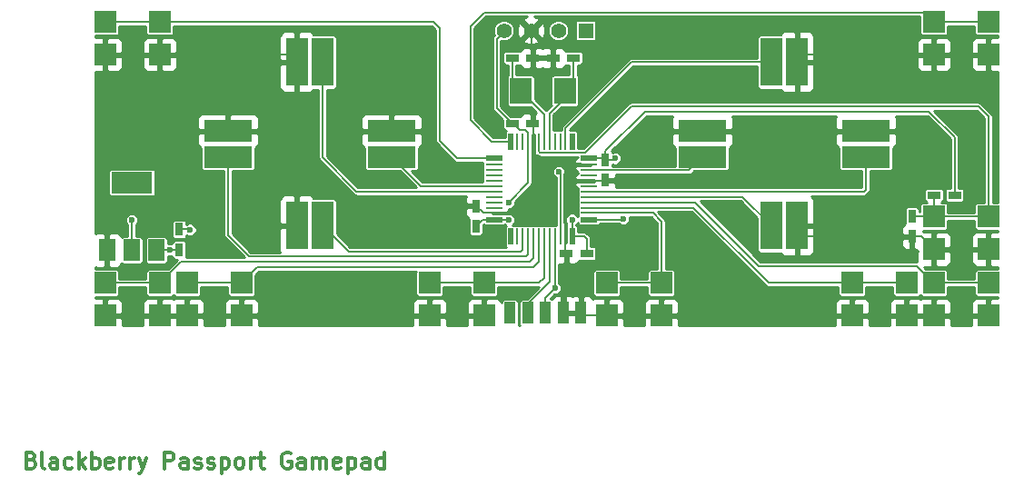
<source format=gtl>
G04 (created by PCBNEW (22-Jun-2014 BZR 4027)-stable) date Thu 03 May 2018 06:01:57 PM CST*
%MOIN*%
G04 Gerber Fmt 3.4, Leading zero omitted, Abs format*
%FSLAX34Y34*%
G01*
G70*
G90*
G04 APERTURE LIST*
%ADD10C,0.00393701*%
%ADD11C,0.011811*%
%ADD12R,0.149606X0.0787402*%
%ADD13R,0.0590551X0.0787402*%
%ADD14R,0.0472441X0.0295276*%
%ADD15R,0.0787402X0.177165*%
%ADD16R,0.177165X0.0787402*%
%ADD17R,0.0787402X0.0944882*%
%ADD18R,0.0295276X0.0472441*%
%ADD19R,0.0787402X0.0787402*%
%ADD20R,0.0393701X0.0787402*%
%ADD21R,0.055X0.055*%
%ADD22C,0.055*%
%ADD23R,0.0110236X0.0590551*%
%ADD24R,0.019685X0.0590551*%
%ADD25R,0.0590551X0.019685*%
%ADD26R,0.0590551X0.0110236*%
%ADD27C,0.023622*%
%ADD28C,0.00708661*%
%ADD29C,0.01*%
G04 APERTURE END LIST*
G54D10*
G54D11*
X121846Y-109189D02*
X121930Y-109217D01*
X121958Y-109245D01*
X121987Y-109302D01*
X121987Y-109386D01*
X121958Y-109442D01*
X121930Y-109470D01*
X121874Y-109499D01*
X121649Y-109499D01*
X121649Y-108908D01*
X121846Y-108908D01*
X121902Y-108936D01*
X121930Y-108964D01*
X121958Y-109020D01*
X121958Y-109077D01*
X121930Y-109133D01*
X121902Y-109161D01*
X121846Y-109189D01*
X121649Y-109189D01*
X122324Y-109499D02*
X122268Y-109470D01*
X122240Y-109414D01*
X122240Y-108908D01*
X122802Y-109499D02*
X122802Y-109189D01*
X122774Y-109133D01*
X122718Y-109105D01*
X122605Y-109105D01*
X122549Y-109133D01*
X122802Y-109470D02*
X122746Y-109499D01*
X122605Y-109499D01*
X122549Y-109470D01*
X122521Y-109414D01*
X122521Y-109358D01*
X122549Y-109302D01*
X122605Y-109274D01*
X122746Y-109274D01*
X122802Y-109245D01*
X123336Y-109470D02*
X123280Y-109499D01*
X123168Y-109499D01*
X123111Y-109470D01*
X123083Y-109442D01*
X123055Y-109386D01*
X123055Y-109217D01*
X123083Y-109161D01*
X123111Y-109133D01*
X123168Y-109105D01*
X123280Y-109105D01*
X123336Y-109133D01*
X123590Y-109499D02*
X123590Y-108908D01*
X123646Y-109274D02*
X123814Y-109499D01*
X123814Y-109105D02*
X123590Y-109330D01*
X124068Y-109499D02*
X124068Y-108908D01*
X124068Y-109133D02*
X124124Y-109105D01*
X124236Y-109105D01*
X124293Y-109133D01*
X124321Y-109161D01*
X124349Y-109217D01*
X124349Y-109386D01*
X124321Y-109442D01*
X124293Y-109470D01*
X124236Y-109499D01*
X124124Y-109499D01*
X124068Y-109470D01*
X124827Y-109470D02*
X124771Y-109499D01*
X124658Y-109499D01*
X124602Y-109470D01*
X124574Y-109414D01*
X124574Y-109189D01*
X124602Y-109133D01*
X124658Y-109105D01*
X124771Y-109105D01*
X124827Y-109133D01*
X124855Y-109189D01*
X124855Y-109245D01*
X124574Y-109302D01*
X125108Y-109499D02*
X125108Y-109105D01*
X125108Y-109217D02*
X125136Y-109161D01*
X125164Y-109133D01*
X125221Y-109105D01*
X125277Y-109105D01*
X125474Y-109499D02*
X125474Y-109105D01*
X125474Y-109217D02*
X125502Y-109161D01*
X125530Y-109133D01*
X125586Y-109105D01*
X125642Y-109105D01*
X125783Y-109105D02*
X125924Y-109499D01*
X126064Y-109105D02*
X125924Y-109499D01*
X125867Y-109639D01*
X125839Y-109667D01*
X125783Y-109695D01*
X126739Y-109499D02*
X126739Y-108908D01*
X126964Y-108908D01*
X127020Y-108936D01*
X127048Y-108964D01*
X127077Y-109020D01*
X127077Y-109105D01*
X127048Y-109161D01*
X127020Y-109189D01*
X126964Y-109217D01*
X126739Y-109217D01*
X127583Y-109499D02*
X127583Y-109189D01*
X127555Y-109133D01*
X127498Y-109105D01*
X127386Y-109105D01*
X127330Y-109133D01*
X127583Y-109470D02*
X127527Y-109499D01*
X127386Y-109499D01*
X127330Y-109470D01*
X127302Y-109414D01*
X127302Y-109358D01*
X127330Y-109302D01*
X127386Y-109274D01*
X127527Y-109274D01*
X127583Y-109245D01*
X127836Y-109470D02*
X127892Y-109499D01*
X128005Y-109499D01*
X128061Y-109470D01*
X128089Y-109414D01*
X128089Y-109386D01*
X128061Y-109330D01*
X128005Y-109302D01*
X127920Y-109302D01*
X127864Y-109274D01*
X127836Y-109217D01*
X127836Y-109189D01*
X127864Y-109133D01*
X127920Y-109105D01*
X128005Y-109105D01*
X128061Y-109133D01*
X128314Y-109470D02*
X128370Y-109499D01*
X128483Y-109499D01*
X128539Y-109470D01*
X128567Y-109414D01*
X128567Y-109386D01*
X128539Y-109330D01*
X128483Y-109302D01*
X128398Y-109302D01*
X128342Y-109274D01*
X128314Y-109217D01*
X128314Y-109189D01*
X128342Y-109133D01*
X128398Y-109105D01*
X128483Y-109105D01*
X128539Y-109133D01*
X128820Y-109105D02*
X128820Y-109695D01*
X128820Y-109133D02*
X128876Y-109105D01*
X128989Y-109105D01*
X129045Y-109133D01*
X129073Y-109161D01*
X129101Y-109217D01*
X129101Y-109386D01*
X129073Y-109442D01*
X129045Y-109470D01*
X128989Y-109499D01*
X128876Y-109499D01*
X128820Y-109470D01*
X129439Y-109499D02*
X129383Y-109470D01*
X129354Y-109442D01*
X129326Y-109386D01*
X129326Y-109217D01*
X129354Y-109161D01*
X129383Y-109133D01*
X129439Y-109105D01*
X129523Y-109105D01*
X129579Y-109133D01*
X129608Y-109161D01*
X129636Y-109217D01*
X129636Y-109386D01*
X129608Y-109442D01*
X129579Y-109470D01*
X129523Y-109499D01*
X129439Y-109499D01*
X129889Y-109499D02*
X129889Y-109105D01*
X129889Y-109217D02*
X129917Y-109161D01*
X129945Y-109133D01*
X130001Y-109105D01*
X130057Y-109105D01*
X130170Y-109105D02*
X130395Y-109105D01*
X130254Y-108908D02*
X130254Y-109414D01*
X130282Y-109470D01*
X130339Y-109499D01*
X130395Y-109499D01*
X131351Y-108936D02*
X131295Y-108908D01*
X131210Y-108908D01*
X131126Y-108936D01*
X131070Y-108992D01*
X131042Y-109049D01*
X131014Y-109161D01*
X131014Y-109245D01*
X131042Y-109358D01*
X131070Y-109414D01*
X131126Y-109470D01*
X131210Y-109499D01*
X131267Y-109499D01*
X131351Y-109470D01*
X131379Y-109442D01*
X131379Y-109245D01*
X131267Y-109245D01*
X131885Y-109499D02*
X131885Y-109189D01*
X131857Y-109133D01*
X131801Y-109105D01*
X131689Y-109105D01*
X131632Y-109133D01*
X131885Y-109470D02*
X131829Y-109499D01*
X131689Y-109499D01*
X131632Y-109470D01*
X131604Y-109414D01*
X131604Y-109358D01*
X131632Y-109302D01*
X131689Y-109274D01*
X131829Y-109274D01*
X131885Y-109245D01*
X132167Y-109499D02*
X132167Y-109105D01*
X132167Y-109161D02*
X132195Y-109133D01*
X132251Y-109105D01*
X132335Y-109105D01*
X132392Y-109133D01*
X132420Y-109189D01*
X132420Y-109499D01*
X132420Y-109189D02*
X132448Y-109133D01*
X132504Y-109105D01*
X132588Y-109105D01*
X132645Y-109133D01*
X132673Y-109189D01*
X132673Y-109499D01*
X133179Y-109470D02*
X133123Y-109499D01*
X133010Y-109499D01*
X132954Y-109470D01*
X132926Y-109414D01*
X132926Y-109189D01*
X132954Y-109133D01*
X133010Y-109105D01*
X133123Y-109105D01*
X133179Y-109133D01*
X133207Y-109189D01*
X133207Y-109245D01*
X132926Y-109302D01*
X133460Y-109105D02*
X133460Y-109695D01*
X133460Y-109133D02*
X133516Y-109105D01*
X133629Y-109105D01*
X133685Y-109133D01*
X133713Y-109161D01*
X133741Y-109217D01*
X133741Y-109386D01*
X133713Y-109442D01*
X133685Y-109470D01*
X133629Y-109499D01*
X133516Y-109499D01*
X133460Y-109470D01*
X134248Y-109499D02*
X134248Y-109189D01*
X134219Y-109133D01*
X134163Y-109105D01*
X134051Y-109105D01*
X133994Y-109133D01*
X134248Y-109470D02*
X134191Y-109499D01*
X134051Y-109499D01*
X133994Y-109470D01*
X133966Y-109414D01*
X133966Y-109358D01*
X133994Y-109302D01*
X134051Y-109274D01*
X134191Y-109274D01*
X134248Y-109245D01*
X134782Y-109499D02*
X134782Y-108908D01*
X134782Y-109470D02*
X134726Y-109499D01*
X134613Y-109499D01*
X134557Y-109470D01*
X134529Y-109442D01*
X134501Y-109386D01*
X134501Y-109217D01*
X134529Y-109161D01*
X134557Y-109133D01*
X134613Y-109105D01*
X134726Y-109105D01*
X134782Y-109133D01*
G54D12*
X125530Y-99013D03*
G54D13*
X125530Y-101494D03*
X126435Y-101494D03*
X124624Y-101494D03*
G54D14*
X155714Y-99474D03*
X154965Y-99474D03*
G54D15*
X131587Y-94594D03*
X132532Y-94594D03*
X149932Y-94594D03*
X148987Y-94594D03*
X149932Y-100594D03*
X148987Y-100594D03*
X131587Y-100594D03*
X132532Y-100594D03*
G54D16*
X152460Y-97121D03*
X152460Y-98066D03*
X135060Y-97121D03*
X135060Y-98066D03*
X129060Y-97121D03*
X129060Y-98066D03*
X146460Y-97121D03*
X146460Y-98066D03*
G54D17*
X139802Y-95644D03*
X141417Y-95644D03*
G54D14*
X141734Y-94444D03*
X140985Y-94444D03*
X139485Y-94444D03*
X140234Y-94444D03*
G54D18*
X154160Y-100239D03*
X154160Y-100988D03*
X138160Y-100618D03*
X138160Y-99869D03*
G54D14*
X139487Y-96836D03*
X140236Y-96836D03*
X142216Y-101614D03*
X141467Y-101614D03*
G54D18*
X142910Y-98171D03*
X142910Y-98920D03*
G54D19*
X154960Y-101454D03*
X154960Y-100254D03*
X156960Y-100254D03*
X156960Y-101454D03*
X124560Y-94314D03*
X124560Y-93114D03*
X126560Y-93114D03*
X126560Y-94314D03*
X154960Y-94314D03*
X154960Y-93114D03*
X156960Y-93114D03*
X156960Y-94314D03*
X136460Y-103894D03*
X136460Y-102694D03*
X138460Y-102694D03*
X138460Y-103894D03*
X142960Y-103894D03*
X142960Y-102694D03*
X144960Y-102694D03*
X144960Y-103894D03*
X154960Y-103894D03*
X154960Y-102694D03*
X156960Y-102694D03*
X156960Y-103894D03*
X151960Y-103894D03*
X151960Y-102694D03*
X153960Y-102694D03*
X153960Y-103894D03*
X124560Y-103894D03*
X124560Y-102694D03*
X126560Y-102694D03*
X126560Y-103894D03*
X127560Y-103894D03*
X127560Y-102694D03*
X129560Y-102694D03*
X129560Y-103894D03*
G54D20*
X139410Y-103794D03*
X140060Y-103794D03*
X140710Y-103794D03*
X141360Y-103794D03*
X142010Y-103794D03*
G54D21*
X142180Y-93434D03*
G54D22*
X141180Y-93434D03*
X140180Y-93434D03*
X139180Y-93434D03*
G54D23*
X141052Y-97501D03*
X140855Y-97501D03*
X140658Y-97501D03*
X140461Y-97501D03*
X140264Y-97501D03*
G54D24*
X141682Y-97501D03*
G54D23*
X141445Y-97501D03*
X141248Y-97501D03*
G54D25*
X138817Y-98121D03*
G54D26*
X138817Y-98358D03*
X138817Y-98555D03*
X138817Y-98751D03*
X138817Y-98948D03*
X138817Y-99145D03*
X138817Y-99342D03*
X138817Y-99539D03*
G54D24*
X139437Y-100986D03*
G54D23*
X139674Y-100986D03*
X139871Y-100986D03*
X140067Y-100986D03*
X140264Y-100986D03*
X140461Y-100986D03*
X140658Y-100986D03*
X140855Y-100986D03*
G54D25*
X142302Y-100366D03*
G54D26*
X142302Y-100129D03*
X142302Y-99932D03*
X142302Y-99736D03*
X142302Y-99539D03*
X142302Y-99342D03*
X142302Y-99145D03*
X142302Y-98948D03*
G54D23*
X140067Y-97501D03*
X139871Y-97501D03*
X139674Y-97501D03*
G54D24*
X139437Y-97501D03*
G54D26*
X138817Y-99736D03*
X138817Y-99932D03*
X138817Y-100129D03*
G54D25*
X138817Y-100366D03*
G54D23*
X141052Y-100986D03*
X141248Y-100986D03*
X141445Y-100986D03*
G54D24*
X141682Y-100986D03*
G54D26*
X142302Y-98751D03*
X142302Y-98555D03*
X142302Y-98358D03*
G54D25*
X142302Y-98121D03*
G54D18*
X127270Y-101478D03*
X127270Y-100729D03*
G54D27*
X143246Y-98126D03*
X139352Y-99746D03*
X125534Y-100374D03*
X139352Y-100376D03*
X141680Y-100368D03*
X139410Y-103794D03*
X126934Y-101482D03*
X125562Y-103894D03*
X124632Y-100776D03*
X137442Y-103894D03*
X143980Y-103890D03*
X155972Y-103894D03*
X155990Y-101448D03*
X153734Y-97126D03*
X153726Y-100988D03*
X153730Y-94310D03*
X131576Y-96404D03*
X135064Y-96412D03*
X140216Y-96410D03*
X143560Y-100356D03*
X141188Y-98608D03*
X141052Y-102889D03*
X127676Y-100734D03*
G54D28*
X142910Y-98171D02*
X142910Y-97862D01*
X155714Y-97358D02*
X155714Y-99474D01*
X154778Y-96422D02*
X155714Y-97358D01*
X144350Y-96422D02*
X154778Y-96422D01*
X142910Y-97862D02*
X144350Y-96422D01*
X143200Y-98171D02*
X142910Y-98171D01*
X143246Y-98126D02*
X143200Y-98171D01*
X140067Y-97501D02*
X140067Y-99030D01*
X140067Y-99030D02*
X139352Y-99746D01*
X125530Y-100378D02*
X125530Y-101494D01*
X125534Y-100374D02*
X125530Y-100378D01*
X138817Y-100366D02*
X139342Y-100366D01*
X139342Y-100366D02*
X139352Y-100376D01*
X141682Y-100370D02*
X141682Y-100986D01*
X141680Y-100368D02*
X141682Y-100370D01*
X139180Y-93434D02*
X139180Y-93474D01*
X138920Y-96268D02*
X139487Y-96836D01*
X138920Y-93734D02*
X138920Y-96268D01*
X139180Y-93474D02*
X138920Y-93734D01*
X140067Y-97501D02*
X140067Y-97195D01*
X140067Y-97195D02*
X139968Y-97096D01*
X139968Y-97096D02*
X139747Y-97096D01*
X139747Y-97096D02*
X139487Y-96836D01*
X138817Y-100366D02*
X138411Y-100366D01*
X138411Y-100366D02*
X138160Y-100618D01*
X142302Y-98121D02*
X142859Y-98121D01*
X142859Y-98121D02*
X142910Y-98171D01*
X141682Y-100986D02*
X142134Y-100986D01*
X142134Y-100986D02*
X142216Y-101068D01*
X142216Y-101068D02*
X142216Y-101614D01*
X126934Y-101482D02*
X126934Y-101494D01*
X126934Y-101494D02*
X126934Y-101482D01*
X126934Y-101482D02*
X126934Y-101494D01*
X126435Y-101494D02*
X126934Y-101494D01*
X126934Y-101494D02*
X127253Y-101494D01*
X127253Y-101494D02*
X127270Y-101478D01*
X151184Y-99342D02*
X152393Y-99342D01*
X142302Y-99342D02*
X151184Y-99342D01*
X152460Y-99276D02*
X152460Y-98066D01*
X152393Y-99342D02*
X152460Y-99276D01*
X142302Y-99539D02*
X147932Y-99539D01*
X147932Y-99539D02*
X148987Y-100594D01*
X142302Y-99736D02*
X146212Y-99736D01*
X154330Y-102064D02*
X154960Y-102694D01*
X148540Y-102064D02*
X154330Y-102064D01*
X146212Y-99736D02*
X148540Y-102064D01*
X154960Y-102694D02*
X156960Y-102694D01*
X142302Y-99932D02*
X146132Y-99932D01*
X148894Y-102694D02*
X151960Y-102694D01*
X146132Y-99932D02*
X148894Y-102694D01*
X151960Y-102694D02*
X153960Y-102694D01*
X140264Y-100986D02*
X140264Y-101785D01*
X127334Y-101920D02*
X126560Y-102694D01*
X140130Y-101920D02*
X127334Y-101920D01*
X140264Y-101785D02*
X140130Y-101920D01*
X124560Y-102694D02*
X126560Y-102694D01*
X140461Y-100986D02*
X140461Y-101914D01*
X130140Y-102114D02*
X129560Y-102694D01*
X140262Y-102114D02*
X130140Y-102114D01*
X140461Y-101914D02*
X140262Y-102114D01*
X127560Y-102694D02*
X129560Y-102694D01*
X139871Y-100986D02*
X139871Y-101468D01*
X133480Y-101542D02*
X132532Y-100594D01*
X139798Y-101542D02*
X133480Y-101542D01*
X139871Y-101468D02*
X139798Y-101542D01*
X124632Y-100776D02*
X124624Y-100776D01*
X124624Y-100776D02*
X124632Y-100776D01*
X124632Y-100776D02*
X124624Y-100776D01*
X143980Y-103890D02*
X143980Y-103894D01*
X143980Y-103894D02*
X143980Y-103890D01*
X143980Y-103890D02*
X143980Y-103894D01*
X142910Y-98920D02*
X149313Y-98920D01*
X149460Y-98774D02*
X149460Y-97121D01*
X149313Y-98920D02*
X149460Y-98774D01*
X155990Y-101448D02*
X155990Y-101454D01*
X155990Y-101454D02*
X155990Y-101448D01*
X155990Y-101448D02*
X155990Y-101454D01*
X152460Y-97121D02*
X153729Y-97121D01*
X153729Y-97121D02*
X153734Y-97126D01*
X153730Y-94310D02*
X153730Y-94314D01*
X153730Y-94314D02*
X153730Y-94310D01*
X153730Y-94310D02*
X153730Y-94314D01*
X142302Y-98948D02*
X142881Y-98948D01*
X142881Y-98948D02*
X142910Y-98920D01*
X131576Y-96404D02*
X131587Y-96404D01*
X131587Y-96404D02*
X131576Y-96404D01*
X131576Y-96404D02*
X131587Y-96404D01*
X135064Y-96412D02*
X135060Y-96412D01*
X135060Y-96412D02*
X135064Y-96412D01*
X135064Y-96412D02*
X135060Y-96412D01*
X140236Y-96836D02*
X140236Y-96430D01*
X140236Y-96430D02*
X140216Y-96410D01*
X135060Y-97121D02*
X135060Y-96412D01*
X124624Y-101494D02*
X124624Y-100776D01*
X124624Y-100776D02*
X124624Y-97519D01*
X125022Y-97121D02*
X129060Y-97121D01*
X124624Y-97519D02*
X125022Y-97121D01*
X154160Y-100988D02*
X154494Y-100988D01*
X154494Y-100988D02*
X154960Y-101454D01*
X140264Y-98348D02*
X142291Y-98348D01*
X142291Y-98348D02*
X142302Y-98358D01*
X138817Y-100129D02*
X140066Y-100129D01*
X140264Y-99931D02*
X140264Y-98348D01*
X140264Y-98348D02*
X140264Y-97501D01*
X140066Y-100129D02*
X140264Y-99931D01*
X141440Y-98942D02*
X142295Y-98942D01*
X142295Y-98942D02*
X142302Y-98948D01*
X141440Y-98358D02*
X141440Y-98942D01*
X142302Y-98358D02*
X141440Y-98358D01*
X141440Y-98942D02*
X141440Y-100138D01*
X141440Y-100138D02*
X141440Y-100980D01*
X141440Y-100980D02*
X141445Y-100986D01*
X146460Y-97121D02*
X149460Y-97121D01*
X149460Y-97121D02*
X152460Y-97121D01*
X154960Y-94314D02*
X153730Y-94314D01*
X153730Y-94314D02*
X152464Y-94314D01*
X152464Y-94314D02*
X150212Y-94314D01*
X150212Y-94314D02*
X149932Y-94594D01*
X131587Y-100594D02*
X131587Y-96404D01*
X131587Y-96404D02*
X131587Y-94594D01*
X129010Y-94314D02*
X129010Y-97071D01*
X129010Y-97071D02*
X129060Y-97121D01*
X126560Y-94314D02*
X129010Y-94314D01*
X129010Y-94314D02*
X131307Y-94314D01*
X131307Y-94314D02*
X131587Y-94594D01*
X141467Y-101614D02*
X141467Y-103686D01*
X141467Y-103686D02*
X141360Y-103794D01*
X154160Y-100988D02*
X153726Y-100988D01*
X153726Y-100988D02*
X150326Y-100988D01*
X150326Y-100988D02*
X149932Y-100594D01*
X140264Y-97501D02*
X140264Y-96864D01*
X140264Y-96864D02*
X140236Y-96836D01*
X138817Y-100129D02*
X138419Y-100129D01*
X138419Y-100129D02*
X138160Y-99869D01*
X140985Y-94444D02*
X140234Y-94444D01*
X140234Y-94444D02*
X140180Y-94389D01*
X140180Y-94389D02*
X140180Y-93434D01*
X142881Y-98948D02*
X142910Y-98920D01*
X141445Y-100986D02*
X141445Y-101591D01*
X141445Y-101591D02*
X141467Y-101614D01*
X141360Y-103794D02*
X142010Y-103794D01*
X142010Y-103794D02*
X142110Y-103894D01*
X142110Y-103894D02*
X142960Y-103894D01*
X124560Y-103894D02*
X125562Y-103894D01*
X125562Y-103894D02*
X126560Y-103894D01*
X126560Y-103894D02*
X127560Y-103894D01*
X127560Y-103894D02*
X129560Y-103894D01*
X124560Y-94314D02*
X126560Y-94314D01*
X154960Y-94314D02*
X156960Y-94314D01*
X154960Y-101454D02*
X155990Y-101454D01*
X155990Y-101454D02*
X156960Y-101454D01*
X151960Y-103894D02*
X153960Y-103894D01*
X153960Y-103894D02*
X154960Y-103894D01*
X154960Y-103894D02*
X155972Y-103894D01*
X155972Y-103894D02*
X156960Y-103894D01*
X136460Y-103894D02*
X137442Y-103894D01*
X137442Y-103894D02*
X138460Y-103894D01*
X142960Y-103894D02*
X143980Y-103894D01*
X143980Y-103894D02*
X144960Y-103894D01*
X138817Y-98121D02*
X137469Y-98121D01*
X136584Y-93114D02*
X126560Y-93114D01*
X136826Y-93356D02*
X136584Y-93114D01*
X136826Y-97478D02*
X136826Y-93356D01*
X137469Y-98121D02*
X136826Y-97478D01*
X124560Y-93114D02*
X126560Y-93114D01*
X140067Y-100986D02*
X140067Y-101646D01*
X129060Y-100944D02*
X129060Y-98066D01*
X129844Y-101728D02*
X129060Y-100944D01*
X139986Y-101728D02*
X129844Y-101728D01*
X140067Y-101646D02*
X139986Y-101728D01*
X139437Y-97501D02*
X138727Y-97501D01*
X154610Y-92764D02*
X154960Y-93114D01*
X138460Y-92764D02*
X154610Y-92764D01*
X137950Y-93274D02*
X138460Y-92764D01*
X137950Y-96724D02*
X137950Y-93274D01*
X138727Y-97501D02*
X137950Y-96724D01*
X154960Y-93114D02*
X156960Y-93114D01*
X138817Y-99145D02*
X136139Y-99145D01*
X136139Y-99145D02*
X135060Y-98066D01*
X154300Y-96214D02*
X156582Y-96214D01*
X143846Y-96214D02*
X154300Y-96214D01*
X142150Y-97910D02*
X143846Y-96214D01*
X140512Y-97910D02*
X142150Y-97910D01*
X140461Y-97859D02*
X140512Y-97910D01*
X140461Y-97501D02*
X140461Y-97859D01*
X156960Y-96592D02*
X156960Y-100254D01*
X156582Y-96214D02*
X156960Y-96592D01*
X154965Y-99474D02*
X154965Y-100248D01*
X154965Y-100248D02*
X154960Y-100254D01*
X154160Y-100239D02*
X154945Y-100239D01*
X154945Y-100239D02*
X154960Y-100254D01*
X154960Y-100254D02*
X156960Y-100254D01*
X138460Y-102694D02*
X140474Y-102694D01*
X140658Y-102509D02*
X140658Y-100986D01*
X140474Y-102694D02*
X140658Y-102509D01*
X136460Y-102694D02*
X138460Y-102694D01*
X142302Y-100129D02*
X144655Y-100129D01*
X144960Y-100434D02*
X144960Y-102694D01*
X144655Y-100129D02*
X144960Y-100434D01*
X142960Y-102694D02*
X144960Y-102694D01*
X142302Y-100366D02*
X143549Y-100366D01*
X143549Y-100366D02*
X143560Y-100356D01*
X141248Y-100986D02*
X141248Y-98668D01*
X141248Y-98668D02*
X141188Y-98608D01*
X138817Y-99342D02*
X133778Y-99342D01*
X132532Y-98096D02*
X132532Y-94594D01*
X133778Y-99342D02*
X132532Y-98096D01*
X140060Y-103794D02*
X140060Y-103458D01*
X140855Y-102662D02*
X140855Y-100986D01*
X140060Y-103458D02*
X140855Y-102662D01*
X127270Y-100729D02*
X127671Y-100729D01*
X127676Y-100734D02*
X127671Y-100729D01*
X140710Y-103794D02*
X140710Y-103232D01*
X141052Y-102889D02*
X141052Y-100986D01*
X140710Y-103232D02*
X141052Y-102889D01*
X141445Y-97501D02*
X141445Y-97016D01*
X143868Y-94594D02*
X148987Y-94594D01*
X141445Y-97016D02*
X143868Y-94594D01*
X141417Y-95644D02*
X141417Y-95903D01*
X140855Y-96464D02*
X140855Y-97501D01*
X141417Y-95903D02*
X140855Y-96464D01*
X141734Y-94444D02*
X141734Y-95327D01*
X141734Y-95327D02*
X141417Y-95644D01*
X140658Y-97501D02*
X140658Y-96499D01*
X140658Y-96499D02*
X139802Y-95644D01*
X139485Y-94444D02*
X139485Y-95327D01*
X139485Y-95327D02*
X139802Y-95644D01*
X142302Y-98555D02*
X145971Y-98555D01*
X145971Y-98555D02*
X146460Y-98066D01*
G54D10*
G36*
X139275Y-101385D02*
X133545Y-101385D01*
X133047Y-100887D01*
X133047Y-99684D01*
X133028Y-99639D01*
X132994Y-99605D01*
X132950Y-99587D01*
X132902Y-99587D01*
X132201Y-99587D01*
X132193Y-99566D01*
X132122Y-99496D01*
X132030Y-99458D01*
X131700Y-99458D01*
X131637Y-99520D01*
X131637Y-100544D01*
X131645Y-100544D01*
X131645Y-100644D01*
X131637Y-100644D01*
X131637Y-100651D01*
X131537Y-100651D01*
X131537Y-100644D01*
X131537Y-100544D01*
X131537Y-99520D01*
X131537Y-95667D01*
X131537Y-94644D01*
X131537Y-94544D01*
X131537Y-93520D01*
X131475Y-93458D01*
X131144Y-93458D01*
X131052Y-93496D01*
X130982Y-93566D01*
X130943Y-93658D01*
X130943Y-93757D01*
X130943Y-94481D01*
X131006Y-94544D01*
X131537Y-94544D01*
X131537Y-94644D01*
X131006Y-94644D01*
X130943Y-94706D01*
X130943Y-95430D01*
X130943Y-95529D01*
X130982Y-95621D01*
X131052Y-95691D01*
X131144Y-95729D01*
X131475Y-95729D01*
X131537Y-95667D01*
X131537Y-99520D01*
X131475Y-99458D01*
X131144Y-99458D01*
X131052Y-99496D01*
X130982Y-99566D01*
X130943Y-99658D01*
X130943Y-99757D01*
X130943Y-100481D01*
X131006Y-100544D01*
X131537Y-100544D01*
X131537Y-100644D01*
X131006Y-100644D01*
X130943Y-100706D01*
X130943Y-101430D01*
X130943Y-101529D01*
X130961Y-101571D01*
X129908Y-101571D01*
X129216Y-100879D01*
X129216Y-98581D01*
X129969Y-98581D01*
X130014Y-98562D01*
X130048Y-98528D01*
X130066Y-98484D01*
X130066Y-98436D01*
X130066Y-97735D01*
X130087Y-97727D01*
X130157Y-97657D01*
X130195Y-97565D01*
X130195Y-97465D01*
X130195Y-96777D01*
X130195Y-96677D01*
X130157Y-96586D01*
X130087Y-96515D01*
X129995Y-96477D01*
X129172Y-96477D01*
X129110Y-96540D01*
X129110Y-97071D01*
X130133Y-97071D01*
X130195Y-97009D01*
X130195Y-96777D01*
X130195Y-97465D01*
X130195Y-97234D01*
X130133Y-97171D01*
X129110Y-97171D01*
X129110Y-97179D01*
X129010Y-97179D01*
X129010Y-97171D01*
X129010Y-97071D01*
X129010Y-96540D01*
X128947Y-96477D01*
X128124Y-96477D01*
X128032Y-96515D01*
X127962Y-96586D01*
X127924Y-96677D01*
X127924Y-96777D01*
X127924Y-97009D01*
X127986Y-97071D01*
X129010Y-97071D01*
X129010Y-97171D01*
X127986Y-97171D01*
X127924Y-97234D01*
X127924Y-97465D01*
X127924Y-97565D01*
X127962Y-97657D01*
X128032Y-97727D01*
X128053Y-97735D01*
X128053Y-98484D01*
X128071Y-98528D01*
X128105Y-98562D01*
X128150Y-98580D01*
X128198Y-98581D01*
X128903Y-98581D01*
X128903Y-100944D01*
X128915Y-101003D01*
X128949Y-101054D01*
X129658Y-101763D01*
X127915Y-101763D01*
X127915Y-100686D01*
X127878Y-100598D01*
X127811Y-100531D01*
X127723Y-100495D01*
X127628Y-100494D01*
X127540Y-100531D01*
X127538Y-100533D01*
X127538Y-100469D01*
X127520Y-100425D01*
X127486Y-100391D01*
X127441Y-100372D01*
X127393Y-100372D01*
X127203Y-100372D01*
X127203Y-94658D01*
X127203Y-93969D01*
X127203Y-93870D01*
X127165Y-93778D01*
X127095Y-93708D01*
X127003Y-93670D01*
X126672Y-93670D01*
X126610Y-93732D01*
X126610Y-94264D01*
X127141Y-94264D01*
X127203Y-94201D01*
X127203Y-93969D01*
X127203Y-94658D01*
X127203Y-94426D01*
X127141Y-94364D01*
X126610Y-94364D01*
X126610Y-94895D01*
X126672Y-94957D01*
X127003Y-94957D01*
X127095Y-94919D01*
X127165Y-94849D01*
X127203Y-94757D01*
X127203Y-94658D01*
X127203Y-100372D01*
X127098Y-100372D01*
X127053Y-100391D01*
X127019Y-100425D01*
X127001Y-100469D01*
X127001Y-100517D01*
X127001Y-100990D01*
X127019Y-101034D01*
X127053Y-101068D01*
X127098Y-101087D01*
X127146Y-101087D01*
X127441Y-101087D01*
X127486Y-101068D01*
X127520Y-101034D01*
X127538Y-100990D01*
X127538Y-100942D01*
X127538Y-100934D01*
X127540Y-100936D01*
X127628Y-100972D01*
X127723Y-100973D01*
X127811Y-100936D01*
X127878Y-100869D01*
X127914Y-100781D01*
X127915Y-100686D01*
X127915Y-101763D01*
X127527Y-101763D01*
X127538Y-101738D01*
X127538Y-101690D01*
X127538Y-101217D01*
X127520Y-101173D01*
X127486Y-101139D01*
X127441Y-101120D01*
X127393Y-101120D01*
X127098Y-101120D01*
X127053Y-101139D01*
X127019Y-101173D01*
X127001Y-101217D01*
X127001Y-101251D01*
X126981Y-101243D01*
X126886Y-101242D01*
X126851Y-101257D01*
X126851Y-101076D01*
X126833Y-101032D01*
X126799Y-100998D01*
X126754Y-100979D01*
X126706Y-100979D01*
X126510Y-100979D01*
X126510Y-94895D01*
X126510Y-94364D01*
X126510Y-94264D01*
X126510Y-93732D01*
X126447Y-93670D01*
X126116Y-93670D01*
X126024Y-93708D01*
X125954Y-93778D01*
X125916Y-93870D01*
X125916Y-93969D01*
X125916Y-94201D01*
X125978Y-94264D01*
X126510Y-94264D01*
X126510Y-94364D01*
X125978Y-94364D01*
X125916Y-94426D01*
X125916Y-94658D01*
X125916Y-94757D01*
X125954Y-94849D01*
X126024Y-94919D01*
X126116Y-94957D01*
X126447Y-94957D01*
X126510Y-94895D01*
X126510Y-100979D01*
X126398Y-100979D01*
X126398Y-99383D01*
X126398Y-98596D01*
X126380Y-98551D01*
X126346Y-98517D01*
X126302Y-98499D01*
X126254Y-98499D01*
X125203Y-98499D01*
X125203Y-94658D01*
X125203Y-93969D01*
X125203Y-93870D01*
X125165Y-93778D01*
X125095Y-93708D01*
X125003Y-93670D01*
X124672Y-93670D01*
X124610Y-93732D01*
X124610Y-94264D01*
X125141Y-94264D01*
X125203Y-94201D01*
X125203Y-93969D01*
X125203Y-94658D01*
X125203Y-94426D01*
X125141Y-94364D01*
X124610Y-94364D01*
X124610Y-94895D01*
X124672Y-94957D01*
X125003Y-94957D01*
X125095Y-94919D01*
X125165Y-94849D01*
X125203Y-94757D01*
X125203Y-94658D01*
X125203Y-98499D01*
X124758Y-98499D01*
X124713Y-98517D01*
X124679Y-98551D01*
X124661Y-98595D01*
X124661Y-98644D01*
X124661Y-99431D01*
X124679Y-99475D01*
X124713Y-99509D01*
X124757Y-99528D01*
X124805Y-99528D01*
X126301Y-99528D01*
X126346Y-99510D01*
X126380Y-99476D01*
X126398Y-99431D01*
X126398Y-99383D01*
X126398Y-100979D01*
X126116Y-100979D01*
X126071Y-100997D01*
X126037Y-101031D01*
X126019Y-101076D01*
X126019Y-101124D01*
X126019Y-101911D01*
X126037Y-101956D01*
X126071Y-101990D01*
X126116Y-102008D01*
X126164Y-102008D01*
X126754Y-102008D01*
X126799Y-101990D01*
X126833Y-101956D01*
X126851Y-101912D01*
X126851Y-101863D01*
X126851Y-101706D01*
X126886Y-101720D01*
X126981Y-101721D01*
X127001Y-101712D01*
X127001Y-101738D01*
X127019Y-101782D01*
X127053Y-101816D01*
X127098Y-101835D01*
X127146Y-101835D01*
X127197Y-101835D01*
X126853Y-102179D01*
X126142Y-102179D01*
X126097Y-102197D01*
X126063Y-102231D01*
X126045Y-102276D01*
X126045Y-102324D01*
X126045Y-102537D01*
X125946Y-102537D01*
X125946Y-101863D01*
X125946Y-101076D01*
X125927Y-101032D01*
X125893Y-100998D01*
X125849Y-100979D01*
X125801Y-100979D01*
X125686Y-100979D01*
X125686Y-100559D01*
X125736Y-100509D01*
X125772Y-100421D01*
X125773Y-100326D01*
X125736Y-100238D01*
X125669Y-100171D01*
X125581Y-100135D01*
X125486Y-100134D01*
X125398Y-100171D01*
X125331Y-100238D01*
X125295Y-100326D01*
X125294Y-100421D01*
X125331Y-100509D01*
X125373Y-100551D01*
X125373Y-100979D01*
X125210Y-100979D01*
X125166Y-100997D01*
X125153Y-101010D01*
X125131Y-100959D01*
X125061Y-100888D01*
X124969Y-100850D01*
X124870Y-100850D01*
X124736Y-100850D01*
X124674Y-100912D01*
X124674Y-101444D01*
X124682Y-101444D01*
X124682Y-101544D01*
X124674Y-101544D01*
X124674Y-102075D01*
X124736Y-102137D01*
X124870Y-102137D01*
X124969Y-102137D01*
X125061Y-102099D01*
X125131Y-102029D01*
X125153Y-101977D01*
X125166Y-101990D01*
X125210Y-102008D01*
X125258Y-102008D01*
X125849Y-102008D01*
X125893Y-101990D01*
X125927Y-101956D01*
X125946Y-101912D01*
X125946Y-101863D01*
X125946Y-102537D01*
X125074Y-102537D01*
X125074Y-102276D01*
X125056Y-102231D01*
X125022Y-102197D01*
X124977Y-102179D01*
X124929Y-102179D01*
X124210Y-102179D01*
X124210Y-102109D01*
X124279Y-102137D01*
X124378Y-102137D01*
X124511Y-102137D01*
X124574Y-102075D01*
X124574Y-101544D01*
X124566Y-101544D01*
X124566Y-101444D01*
X124574Y-101444D01*
X124574Y-100912D01*
X124511Y-100850D01*
X124378Y-100850D01*
X124279Y-100850D01*
X124210Y-100879D01*
X124210Y-94957D01*
X124447Y-94957D01*
X124510Y-94895D01*
X124510Y-94364D01*
X124502Y-94364D01*
X124502Y-94264D01*
X124510Y-94264D01*
X124510Y-93732D01*
X124447Y-93670D01*
X124210Y-93670D01*
X124210Y-93628D01*
X124977Y-93628D01*
X125022Y-93610D01*
X125056Y-93576D01*
X125074Y-93531D01*
X125074Y-93483D01*
X125074Y-93270D01*
X126045Y-93270D01*
X126045Y-93531D01*
X126063Y-93576D01*
X126097Y-93610D01*
X126142Y-93628D01*
X126190Y-93628D01*
X126977Y-93628D01*
X127022Y-93610D01*
X127056Y-93576D01*
X127074Y-93531D01*
X127074Y-93483D01*
X127074Y-93270D01*
X136519Y-93270D01*
X136669Y-93420D01*
X136669Y-97478D01*
X136681Y-97537D01*
X136715Y-97588D01*
X137359Y-98232D01*
X137359Y-98232D01*
X137410Y-98266D01*
X137410Y-98266D01*
X137420Y-98268D01*
X137469Y-98278D01*
X138402Y-98278D01*
X138401Y-98278D01*
X138401Y-98326D01*
X138401Y-98437D01*
X138409Y-98456D01*
X138401Y-98475D01*
X138401Y-98523D01*
X138401Y-98634D01*
X138409Y-98653D01*
X138401Y-98672D01*
X138401Y-98720D01*
X138401Y-98830D01*
X138409Y-98850D01*
X138401Y-98869D01*
X138401Y-98917D01*
X138401Y-98989D01*
X136203Y-98989D01*
X135795Y-98581D01*
X135969Y-98581D01*
X136014Y-98562D01*
X136048Y-98528D01*
X136066Y-98484D01*
X136066Y-98436D01*
X136066Y-97735D01*
X136087Y-97727D01*
X136157Y-97657D01*
X136195Y-97565D01*
X136195Y-97465D01*
X136195Y-96777D01*
X136195Y-96677D01*
X136157Y-96586D01*
X136087Y-96515D01*
X135995Y-96477D01*
X135172Y-96477D01*
X135110Y-96540D01*
X135110Y-97071D01*
X136133Y-97071D01*
X136195Y-97009D01*
X136195Y-96777D01*
X136195Y-97465D01*
X136195Y-97234D01*
X136133Y-97171D01*
X135110Y-97171D01*
X135110Y-97179D01*
X135010Y-97179D01*
X135010Y-97171D01*
X135010Y-97071D01*
X135010Y-96540D01*
X134947Y-96477D01*
X134124Y-96477D01*
X134032Y-96515D01*
X133962Y-96586D01*
X133924Y-96677D01*
X133924Y-96777D01*
X133924Y-97009D01*
X133986Y-97071D01*
X135010Y-97071D01*
X135010Y-97171D01*
X133986Y-97171D01*
X133924Y-97234D01*
X133924Y-97465D01*
X133924Y-97565D01*
X133962Y-97657D01*
X134032Y-97727D01*
X134053Y-97735D01*
X134053Y-98484D01*
X134071Y-98528D01*
X134105Y-98562D01*
X134150Y-98580D01*
X134198Y-98581D01*
X135353Y-98581D01*
X135958Y-99186D01*
X133843Y-99186D01*
X132688Y-98031D01*
X132688Y-95600D01*
X132950Y-95600D01*
X132994Y-95582D01*
X133028Y-95548D01*
X133046Y-95503D01*
X133047Y-95455D01*
X133047Y-93684D01*
X133028Y-93639D01*
X132994Y-93605D01*
X132950Y-93587D01*
X132902Y-93587D01*
X132201Y-93587D01*
X132193Y-93566D01*
X132122Y-93496D01*
X132030Y-93458D01*
X131700Y-93458D01*
X131637Y-93520D01*
X131637Y-94544D01*
X131645Y-94544D01*
X131645Y-94644D01*
X131637Y-94644D01*
X131637Y-95667D01*
X131700Y-95729D01*
X132030Y-95729D01*
X132122Y-95691D01*
X132193Y-95621D01*
X132201Y-95600D01*
X132376Y-95600D01*
X132376Y-98096D01*
X132388Y-98156D01*
X132421Y-98206D01*
X133667Y-99452D01*
X133718Y-99486D01*
X133778Y-99498D01*
X137797Y-99498D01*
X137762Y-99584D01*
X137762Y-99757D01*
X137824Y-99819D01*
X138110Y-99819D01*
X138110Y-99812D01*
X138210Y-99812D01*
X138210Y-99819D01*
X138217Y-99819D01*
X138217Y-99919D01*
X138210Y-99919D01*
X138210Y-99927D01*
X138110Y-99927D01*
X138110Y-99919D01*
X137824Y-99919D01*
X137762Y-99982D01*
X137762Y-100155D01*
X137800Y-100247D01*
X137870Y-100318D01*
X137902Y-100331D01*
X137891Y-100357D01*
X137891Y-100405D01*
X137891Y-100878D01*
X137909Y-100922D01*
X137943Y-100956D01*
X137988Y-100975D01*
X138036Y-100975D01*
X138331Y-100975D01*
X138376Y-100956D01*
X138410Y-100922D01*
X138428Y-100878D01*
X138428Y-100830D01*
X138428Y-100570D01*
X138443Y-100555D01*
X138454Y-100566D01*
X138498Y-100585D01*
X138546Y-100585D01*
X139137Y-100585D01*
X139181Y-100566D01*
X139193Y-100555D01*
X139216Y-100578D01*
X139262Y-100597D01*
X139237Y-100622D01*
X139218Y-100666D01*
X139218Y-100714D01*
X139218Y-101305D01*
X139237Y-101349D01*
X139270Y-101383D01*
X139275Y-101385D01*
X139275Y-101385D01*
G37*
G54D29*
X139275Y-101385D02*
X133545Y-101385D01*
X133047Y-100887D01*
X133047Y-99684D01*
X133028Y-99639D01*
X132994Y-99605D01*
X132950Y-99587D01*
X132902Y-99587D01*
X132201Y-99587D01*
X132193Y-99566D01*
X132122Y-99496D01*
X132030Y-99458D01*
X131700Y-99458D01*
X131637Y-99520D01*
X131637Y-100544D01*
X131645Y-100544D01*
X131645Y-100644D01*
X131637Y-100644D01*
X131637Y-100651D01*
X131537Y-100651D01*
X131537Y-100644D01*
X131537Y-100544D01*
X131537Y-99520D01*
X131537Y-95667D01*
X131537Y-94644D01*
X131537Y-94544D01*
X131537Y-93520D01*
X131475Y-93458D01*
X131144Y-93458D01*
X131052Y-93496D01*
X130982Y-93566D01*
X130943Y-93658D01*
X130943Y-93757D01*
X130943Y-94481D01*
X131006Y-94544D01*
X131537Y-94544D01*
X131537Y-94644D01*
X131006Y-94644D01*
X130943Y-94706D01*
X130943Y-95430D01*
X130943Y-95529D01*
X130982Y-95621D01*
X131052Y-95691D01*
X131144Y-95729D01*
X131475Y-95729D01*
X131537Y-95667D01*
X131537Y-99520D01*
X131475Y-99458D01*
X131144Y-99458D01*
X131052Y-99496D01*
X130982Y-99566D01*
X130943Y-99658D01*
X130943Y-99757D01*
X130943Y-100481D01*
X131006Y-100544D01*
X131537Y-100544D01*
X131537Y-100644D01*
X131006Y-100644D01*
X130943Y-100706D01*
X130943Y-101430D01*
X130943Y-101529D01*
X130961Y-101571D01*
X129908Y-101571D01*
X129216Y-100879D01*
X129216Y-98581D01*
X129969Y-98581D01*
X130014Y-98562D01*
X130048Y-98528D01*
X130066Y-98484D01*
X130066Y-98436D01*
X130066Y-97735D01*
X130087Y-97727D01*
X130157Y-97657D01*
X130195Y-97565D01*
X130195Y-97465D01*
X130195Y-96777D01*
X130195Y-96677D01*
X130157Y-96586D01*
X130087Y-96515D01*
X129995Y-96477D01*
X129172Y-96477D01*
X129110Y-96540D01*
X129110Y-97071D01*
X130133Y-97071D01*
X130195Y-97009D01*
X130195Y-96777D01*
X130195Y-97465D01*
X130195Y-97234D01*
X130133Y-97171D01*
X129110Y-97171D01*
X129110Y-97179D01*
X129010Y-97179D01*
X129010Y-97171D01*
X129010Y-97071D01*
X129010Y-96540D01*
X128947Y-96477D01*
X128124Y-96477D01*
X128032Y-96515D01*
X127962Y-96586D01*
X127924Y-96677D01*
X127924Y-96777D01*
X127924Y-97009D01*
X127986Y-97071D01*
X129010Y-97071D01*
X129010Y-97171D01*
X127986Y-97171D01*
X127924Y-97234D01*
X127924Y-97465D01*
X127924Y-97565D01*
X127962Y-97657D01*
X128032Y-97727D01*
X128053Y-97735D01*
X128053Y-98484D01*
X128071Y-98528D01*
X128105Y-98562D01*
X128150Y-98580D01*
X128198Y-98581D01*
X128903Y-98581D01*
X128903Y-100944D01*
X128915Y-101003D01*
X128949Y-101054D01*
X129658Y-101763D01*
X127915Y-101763D01*
X127915Y-100686D01*
X127878Y-100598D01*
X127811Y-100531D01*
X127723Y-100495D01*
X127628Y-100494D01*
X127540Y-100531D01*
X127538Y-100533D01*
X127538Y-100469D01*
X127520Y-100425D01*
X127486Y-100391D01*
X127441Y-100372D01*
X127393Y-100372D01*
X127203Y-100372D01*
X127203Y-94658D01*
X127203Y-93969D01*
X127203Y-93870D01*
X127165Y-93778D01*
X127095Y-93708D01*
X127003Y-93670D01*
X126672Y-93670D01*
X126610Y-93732D01*
X126610Y-94264D01*
X127141Y-94264D01*
X127203Y-94201D01*
X127203Y-93969D01*
X127203Y-94658D01*
X127203Y-94426D01*
X127141Y-94364D01*
X126610Y-94364D01*
X126610Y-94895D01*
X126672Y-94957D01*
X127003Y-94957D01*
X127095Y-94919D01*
X127165Y-94849D01*
X127203Y-94757D01*
X127203Y-94658D01*
X127203Y-100372D01*
X127098Y-100372D01*
X127053Y-100391D01*
X127019Y-100425D01*
X127001Y-100469D01*
X127001Y-100517D01*
X127001Y-100990D01*
X127019Y-101034D01*
X127053Y-101068D01*
X127098Y-101087D01*
X127146Y-101087D01*
X127441Y-101087D01*
X127486Y-101068D01*
X127520Y-101034D01*
X127538Y-100990D01*
X127538Y-100942D01*
X127538Y-100934D01*
X127540Y-100936D01*
X127628Y-100972D01*
X127723Y-100973D01*
X127811Y-100936D01*
X127878Y-100869D01*
X127914Y-100781D01*
X127915Y-100686D01*
X127915Y-101763D01*
X127527Y-101763D01*
X127538Y-101738D01*
X127538Y-101690D01*
X127538Y-101217D01*
X127520Y-101173D01*
X127486Y-101139D01*
X127441Y-101120D01*
X127393Y-101120D01*
X127098Y-101120D01*
X127053Y-101139D01*
X127019Y-101173D01*
X127001Y-101217D01*
X127001Y-101251D01*
X126981Y-101243D01*
X126886Y-101242D01*
X126851Y-101257D01*
X126851Y-101076D01*
X126833Y-101032D01*
X126799Y-100998D01*
X126754Y-100979D01*
X126706Y-100979D01*
X126510Y-100979D01*
X126510Y-94895D01*
X126510Y-94364D01*
X126510Y-94264D01*
X126510Y-93732D01*
X126447Y-93670D01*
X126116Y-93670D01*
X126024Y-93708D01*
X125954Y-93778D01*
X125916Y-93870D01*
X125916Y-93969D01*
X125916Y-94201D01*
X125978Y-94264D01*
X126510Y-94264D01*
X126510Y-94364D01*
X125978Y-94364D01*
X125916Y-94426D01*
X125916Y-94658D01*
X125916Y-94757D01*
X125954Y-94849D01*
X126024Y-94919D01*
X126116Y-94957D01*
X126447Y-94957D01*
X126510Y-94895D01*
X126510Y-100979D01*
X126398Y-100979D01*
X126398Y-99383D01*
X126398Y-98596D01*
X126380Y-98551D01*
X126346Y-98517D01*
X126302Y-98499D01*
X126254Y-98499D01*
X125203Y-98499D01*
X125203Y-94658D01*
X125203Y-93969D01*
X125203Y-93870D01*
X125165Y-93778D01*
X125095Y-93708D01*
X125003Y-93670D01*
X124672Y-93670D01*
X124610Y-93732D01*
X124610Y-94264D01*
X125141Y-94264D01*
X125203Y-94201D01*
X125203Y-93969D01*
X125203Y-94658D01*
X125203Y-94426D01*
X125141Y-94364D01*
X124610Y-94364D01*
X124610Y-94895D01*
X124672Y-94957D01*
X125003Y-94957D01*
X125095Y-94919D01*
X125165Y-94849D01*
X125203Y-94757D01*
X125203Y-94658D01*
X125203Y-98499D01*
X124758Y-98499D01*
X124713Y-98517D01*
X124679Y-98551D01*
X124661Y-98595D01*
X124661Y-98644D01*
X124661Y-99431D01*
X124679Y-99475D01*
X124713Y-99509D01*
X124757Y-99528D01*
X124805Y-99528D01*
X126301Y-99528D01*
X126346Y-99510D01*
X126380Y-99476D01*
X126398Y-99431D01*
X126398Y-99383D01*
X126398Y-100979D01*
X126116Y-100979D01*
X126071Y-100997D01*
X126037Y-101031D01*
X126019Y-101076D01*
X126019Y-101124D01*
X126019Y-101911D01*
X126037Y-101956D01*
X126071Y-101990D01*
X126116Y-102008D01*
X126164Y-102008D01*
X126754Y-102008D01*
X126799Y-101990D01*
X126833Y-101956D01*
X126851Y-101912D01*
X126851Y-101863D01*
X126851Y-101706D01*
X126886Y-101720D01*
X126981Y-101721D01*
X127001Y-101712D01*
X127001Y-101738D01*
X127019Y-101782D01*
X127053Y-101816D01*
X127098Y-101835D01*
X127146Y-101835D01*
X127197Y-101835D01*
X126853Y-102179D01*
X126142Y-102179D01*
X126097Y-102197D01*
X126063Y-102231D01*
X126045Y-102276D01*
X126045Y-102324D01*
X126045Y-102537D01*
X125946Y-102537D01*
X125946Y-101863D01*
X125946Y-101076D01*
X125927Y-101032D01*
X125893Y-100998D01*
X125849Y-100979D01*
X125801Y-100979D01*
X125686Y-100979D01*
X125686Y-100559D01*
X125736Y-100509D01*
X125772Y-100421D01*
X125773Y-100326D01*
X125736Y-100238D01*
X125669Y-100171D01*
X125581Y-100135D01*
X125486Y-100134D01*
X125398Y-100171D01*
X125331Y-100238D01*
X125295Y-100326D01*
X125294Y-100421D01*
X125331Y-100509D01*
X125373Y-100551D01*
X125373Y-100979D01*
X125210Y-100979D01*
X125166Y-100997D01*
X125153Y-101010D01*
X125131Y-100959D01*
X125061Y-100888D01*
X124969Y-100850D01*
X124870Y-100850D01*
X124736Y-100850D01*
X124674Y-100912D01*
X124674Y-101444D01*
X124682Y-101444D01*
X124682Y-101544D01*
X124674Y-101544D01*
X124674Y-102075D01*
X124736Y-102137D01*
X124870Y-102137D01*
X124969Y-102137D01*
X125061Y-102099D01*
X125131Y-102029D01*
X125153Y-101977D01*
X125166Y-101990D01*
X125210Y-102008D01*
X125258Y-102008D01*
X125849Y-102008D01*
X125893Y-101990D01*
X125927Y-101956D01*
X125946Y-101912D01*
X125946Y-101863D01*
X125946Y-102537D01*
X125074Y-102537D01*
X125074Y-102276D01*
X125056Y-102231D01*
X125022Y-102197D01*
X124977Y-102179D01*
X124929Y-102179D01*
X124210Y-102179D01*
X124210Y-102109D01*
X124279Y-102137D01*
X124378Y-102137D01*
X124511Y-102137D01*
X124574Y-102075D01*
X124574Y-101544D01*
X124566Y-101544D01*
X124566Y-101444D01*
X124574Y-101444D01*
X124574Y-100912D01*
X124511Y-100850D01*
X124378Y-100850D01*
X124279Y-100850D01*
X124210Y-100879D01*
X124210Y-94957D01*
X124447Y-94957D01*
X124510Y-94895D01*
X124510Y-94364D01*
X124502Y-94364D01*
X124502Y-94264D01*
X124510Y-94264D01*
X124510Y-93732D01*
X124447Y-93670D01*
X124210Y-93670D01*
X124210Y-93628D01*
X124977Y-93628D01*
X125022Y-93610D01*
X125056Y-93576D01*
X125074Y-93531D01*
X125074Y-93483D01*
X125074Y-93270D01*
X126045Y-93270D01*
X126045Y-93531D01*
X126063Y-93576D01*
X126097Y-93610D01*
X126142Y-93628D01*
X126190Y-93628D01*
X126977Y-93628D01*
X127022Y-93610D01*
X127056Y-93576D01*
X127074Y-93531D01*
X127074Y-93483D01*
X127074Y-93270D01*
X136519Y-93270D01*
X136669Y-93420D01*
X136669Y-97478D01*
X136681Y-97537D01*
X136715Y-97588D01*
X137359Y-98232D01*
X137359Y-98232D01*
X137410Y-98266D01*
X137410Y-98266D01*
X137420Y-98268D01*
X137469Y-98278D01*
X138402Y-98278D01*
X138401Y-98278D01*
X138401Y-98326D01*
X138401Y-98437D01*
X138409Y-98456D01*
X138401Y-98475D01*
X138401Y-98523D01*
X138401Y-98634D01*
X138409Y-98653D01*
X138401Y-98672D01*
X138401Y-98720D01*
X138401Y-98830D01*
X138409Y-98850D01*
X138401Y-98869D01*
X138401Y-98917D01*
X138401Y-98989D01*
X136203Y-98989D01*
X135795Y-98581D01*
X135969Y-98581D01*
X136014Y-98562D01*
X136048Y-98528D01*
X136066Y-98484D01*
X136066Y-98436D01*
X136066Y-97735D01*
X136087Y-97727D01*
X136157Y-97657D01*
X136195Y-97565D01*
X136195Y-97465D01*
X136195Y-96777D01*
X136195Y-96677D01*
X136157Y-96586D01*
X136087Y-96515D01*
X135995Y-96477D01*
X135172Y-96477D01*
X135110Y-96540D01*
X135110Y-97071D01*
X136133Y-97071D01*
X136195Y-97009D01*
X136195Y-96777D01*
X136195Y-97465D01*
X136195Y-97234D01*
X136133Y-97171D01*
X135110Y-97171D01*
X135110Y-97179D01*
X135010Y-97179D01*
X135010Y-97171D01*
X135010Y-97071D01*
X135010Y-96540D01*
X134947Y-96477D01*
X134124Y-96477D01*
X134032Y-96515D01*
X133962Y-96586D01*
X133924Y-96677D01*
X133924Y-96777D01*
X133924Y-97009D01*
X133986Y-97071D01*
X135010Y-97071D01*
X135010Y-97171D01*
X133986Y-97171D01*
X133924Y-97234D01*
X133924Y-97465D01*
X133924Y-97565D01*
X133962Y-97657D01*
X134032Y-97727D01*
X134053Y-97735D01*
X134053Y-98484D01*
X134071Y-98528D01*
X134105Y-98562D01*
X134150Y-98580D01*
X134198Y-98581D01*
X135353Y-98581D01*
X135958Y-99186D01*
X133843Y-99186D01*
X132688Y-98031D01*
X132688Y-95600D01*
X132950Y-95600D01*
X132994Y-95582D01*
X133028Y-95548D01*
X133046Y-95503D01*
X133047Y-95455D01*
X133047Y-93684D01*
X133028Y-93639D01*
X132994Y-93605D01*
X132950Y-93587D01*
X132902Y-93587D01*
X132201Y-93587D01*
X132193Y-93566D01*
X132122Y-93496D01*
X132030Y-93458D01*
X131700Y-93458D01*
X131637Y-93520D01*
X131637Y-94544D01*
X131645Y-94544D01*
X131645Y-94644D01*
X131637Y-94644D01*
X131637Y-95667D01*
X131700Y-95729D01*
X132030Y-95729D01*
X132122Y-95691D01*
X132193Y-95621D01*
X132201Y-95600D01*
X132376Y-95600D01*
X132376Y-98096D01*
X132388Y-98156D01*
X132421Y-98206D01*
X133667Y-99452D01*
X133718Y-99486D01*
X133778Y-99498D01*
X137797Y-99498D01*
X137762Y-99584D01*
X137762Y-99757D01*
X137824Y-99819D01*
X138110Y-99819D01*
X138110Y-99812D01*
X138210Y-99812D01*
X138210Y-99819D01*
X138217Y-99819D01*
X138217Y-99919D01*
X138210Y-99919D01*
X138210Y-99927D01*
X138110Y-99927D01*
X138110Y-99919D01*
X137824Y-99919D01*
X137762Y-99982D01*
X137762Y-100155D01*
X137800Y-100247D01*
X137870Y-100318D01*
X137902Y-100331D01*
X137891Y-100357D01*
X137891Y-100405D01*
X137891Y-100878D01*
X137909Y-100922D01*
X137943Y-100956D01*
X137988Y-100975D01*
X138036Y-100975D01*
X138331Y-100975D01*
X138376Y-100956D01*
X138410Y-100922D01*
X138428Y-100878D01*
X138428Y-100830D01*
X138428Y-100570D01*
X138443Y-100555D01*
X138454Y-100566D01*
X138498Y-100585D01*
X138546Y-100585D01*
X139137Y-100585D01*
X139181Y-100566D01*
X139193Y-100555D01*
X139216Y-100578D01*
X139262Y-100597D01*
X139237Y-100622D01*
X139218Y-100666D01*
X139218Y-100714D01*
X139218Y-101305D01*
X139237Y-101349D01*
X139270Y-101383D01*
X139275Y-101385D01*
G54D10*
G36*
X140446Y-102850D02*
X140017Y-103279D01*
X139839Y-103279D01*
X139794Y-103297D01*
X139760Y-103331D01*
X139742Y-103376D01*
X139742Y-103424D01*
X139742Y-104211D01*
X139755Y-104243D01*
X139714Y-104243D01*
X139727Y-104211D01*
X139727Y-104163D01*
X139727Y-103376D01*
X139709Y-103331D01*
X139675Y-103297D01*
X139630Y-103279D01*
X139582Y-103279D01*
X139189Y-103279D01*
X139144Y-103297D01*
X139110Y-103331D01*
X139092Y-103376D01*
X139092Y-103422D01*
X139065Y-103358D01*
X138995Y-103288D01*
X138903Y-103250D01*
X138572Y-103250D01*
X138510Y-103312D01*
X138510Y-103844D01*
X138517Y-103844D01*
X138517Y-103944D01*
X138510Y-103944D01*
X138510Y-103951D01*
X138410Y-103951D01*
X138410Y-103944D01*
X138410Y-103844D01*
X138410Y-103312D01*
X138347Y-103250D01*
X138016Y-103250D01*
X137924Y-103288D01*
X137854Y-103358D01*
X137816Y-103450D01*
X137816Y-103549D01*
X137816Y-103781D01*
X137878Y-103844D01*
X138410Y-103844D01*
X138410Y-103944D01*
X137878Y-103944D01*
X137816Y-104006D01*
X137816Y-104238D01*
X137816Y-104243D01*
X137103Y-104243D01*
X137103Y-104238D01*
X137103Y-103549D01*
X137103Y-103450D01*
X137065Y-103358D01*
X136995Y-103288D01*
X136903Y-103250D01*
X136572Y-103250D01*
X136510Y-103312D01*
X136510Y-103844D01*
X137041Y-103844D01*
X137103Y-103781D01*
X137103Y-103549D01*
X137103Y-104238D01*
X137103Y-104006D01*
X137041Y-103944D01*
X136510Y-103944D01*
X136510Y-103951D01*
X136410Y-103951D01*
X136410Y-103944D01*
X136410Y-103844D01*
X136410Y-103312D01*
X136347Y-103250D01*
X136016Y-103250D01*
X135924Y-103288D01*
X135854Y-103358D01*
X135816Y-103450D01*
X135816Y-103549D01*
X135816Y-103781D01*
X135878Y-103844D01*
X136410Y-103844D01*
X136410Y-103944D01*
X135878Y-103944D01*
X135816Y-104006D01*
X135816Y-104238D01*
X135816Y-104243D01*
X130203Y-104243D01*
X130203Y-104238D01*
X130203Y-103549D01*
X130203Y-103450D01*
X130165Y-103358D01*
X130095Y-103288D01*
X130003Y-103250D01*
X129672Y-103250D01*
X129610Y-103312D01*
X129610Y-103844D01*
X130141Y-103844D01*
X130203Y-103781D01*
X130203Y-103549D01*
X130203Y-104238D01*
X130203Y-104006D01*
X130141Y-103944D01*
X129610Y-103944D01*
X129610Y-103951D01*
X129510Y-103951D01*
X129510Y-103944D01*
X129510Y-103844D01*
X129510Y-103312D01*
X129447Y-103250D01*
X129116Y-103250D01*
X129024Y-103288D01*
X128954Y-103358D01*
X128916Y-103450D01*
X128916Y-103549D01*
X128916Y-103781D01*
X128978Y-103844D01*
X129510Y-103844D01*
X129510Y-103944D01*
X128978Y-103944D01*
X128916Y-104006D01*
X128916Y-104238D01*
X128916Y-104243D01*
X128203Y-104243D01*
X128203Y-104238D01*
X128203Y-103549D01*
X128203Y-103450D01*
X128165Y-103358D01*
X128095Y-103288D01*
X128003Y-103250D01*
X127672Y-103250D01*
X127610Y-103312D01*
X127610Y-103844D01*
X128141Y-103844D01*
X128203Y-103781D01*
X128203Y-103549D01*
X128203Y-104238D01*
X128203Y-104006D01*
X128141Y-103944D01*
X127610Y-103944D01*
X127610Y-103951D01*
X127510Y-103951D01*
X127510Y-103944D01*
X127510Y-103844D01*
X127510Y-103312D01*
X127447Y-103250D01*
X127116Y-103250D01*
X127060Y-103273D01*
X127003Y-103250D01*
X126672Y-103250D01*
X126610Y-103312D01*
X126610Y-103844D01*
X126978Y-103844D01*
X127141Y-103844D01*
X127510Y-103844D01*
X127510Y-103944D01*
X127141Y-103944D01*
X126978Y-103944D01*
X126610Y-103944D01*
X126610Y-103951D01*
X126510Y-103951D01*
X126510Y-103944D01*
X126510Y-103844D01*
X126510Y-103312D01*
X126447Y-103250D01*
X126116Y-103250D01*
X126024Y-103288D01*
X125954Y-103358D01*
X125916Y-103450D01*
X125916Y-103549D01*
X125916Y-103781D01*
X125978Y-103844D01*
X126510Y-103844D01*
X126510Y-103944D01*
X125978Y-103944D01*
X125916Y-104006D01*
X125916Y-104238D01*
X125916Y-104243D01*
X125203Y-104243D01*
X125203Y-104238D01*
X125203Y-103549D01*
X125203Y-103450D01*
X125165Y-103358D01*
X125095Y-103288D01*
X125003Y-103250D01*
X124672Y-103250D01*
X124610Y-103312D01*
X124610Y-103844D01*
X125141Y-103844D01*
X125203Y-103781D01*
X125203Y-103549D01*
X125203Y-104238D01*
X125203Y-104006D01*
X125141Y-103944D01*
X124610Y-103944D01*
X124610Y-103951D01*
X124510Y-103951D01*
X124510Y-103944D01*
X124502Y-103944D01*
X124502Y-103844D01*
X124510Y-103844D01*
X124510Y-103312D01*
X124447Y-103250D01*
X124210Y-103250D01*
X124210Y-103208D01*
X124977Y-103208D01*
X125022Y-103190D01*
X125056Y-103156D01*
X125074Y-103111D01*
X125074Y-103063D01*
X125074Y-102850D01*
X126045Y-102850D01*
X126045Y-103111D01*
X126063Y-103156D01*
X126097Y-103190D01*
X126142Y-103208D01*
X126190Y-103208D01*
X126977Y-103208D01*
X127022Y-103190D01*
X127056Y-103156D01*
X127059Y-103146D01*
X127063Y-103156D01*
X127097Y-103190D01*
X127142Y-103208D01*
X127190Y-103208D01*
X127977Y-103208D01*
X128022Y-103190D01*
X128056Y-103156D01*
X128074Y-103111D01*
X128074Y-103063D01*
X128074Y-102850D01*
X129045Y-102850D01*
X129045Y-103111D01*
X129063Y-103156D01*
X129097Y-103190D01*
X129142Y-103208D01*
X129190Y-103208D01*
X129977Y-103208D01*
X130022Y-103190D01*
X130056Y-103156D01*
X130074Y-103111D01*
X130074Y-103063D01*
X130074Y-102400D01*
X130204Y-102270D01*
X135947Y-102270D01*
X135945Y-102276D01*
X135945Y-102324D01*
X135945Y-103111D01*
X135963Y-103156D01*
X135997Y-103190D01*
X136042Y-103208D01*
X136090Y-103208D01*
X136877Y-103208D01*
X136922Y-103190D01*
X136956Y-103156D01*
X136974Y-103111D01*
X136974Y-103063D01*
X136974Y-102850D01*
X137945Y-102850D01*
X137945Y-103111D01*
X137963Y-103156D01*
X137997Y-103190D01*
X138042Y-103208D01*
X138090Y-103208D01*
X138877Y-103208D01*
X138922Y-103190D01*
X138956Y-103156D01*
X138974Y-103111D01*
X138974Y-103063D01*
X138974Y-102850D01*
X140446Y-102850D01*
X140446Y-102850D01*
G37*
G54D29*
X140446Y-102850D02*
X140017Y-103279D01*
X139839Y-103279D01*
X139794Y-103297D01*
X139760Y-103331D01*
X139742Y-103376D01*
X139742Y-103424D01*
X139742Y-104211D01*
X139755Y-104243D01*
X139714Y-104243D01*
X139727Y-104211D01*
X139727Y-104163D01*
X139727Y-103376D01*
X139709Y-103331D01*
X139675Y-103297D01*
X139630Y-103279D01*
X139582Y-103279D01*
X139189Y-103279D01*
X139144Y-103297D01*
X139110Y-103331D01*
X139092Y-103376D01*
X139092Y-103422D01*
X139065Y-103358D01*
X138995Y-103288D01*
X138903Y-103250D01*
X138572Y-103250D01*
X138510Y-103312D01*
X138510Y-103844D01*
X138517Y-103844D01*
X138517Y-103944D01*
X138510Y-103944D01*
X138510Y-103951D01*
X138410Y-103951D01*
X138410Y-103944D01*
X138410Y-103844D01*
X138410Y-103312D01*
X138347Y-103250D01*
X138016Y-103250D01*
X137924Y-103288D01*
X137854Y-103358D01*
X137816Y-103450D01*
X137816Y-103549D01*
X137816Y-103781D01*
X137878Y-103844D01*
X138410Y-103844D01*
X138410Y-103944D01*
X137878Y-103944D01*
X137816Y-104006D01*
X137816Y-104238D01*
X137816Y-104243D01*
X137103Y-104243D01*
X137103Y-104238D01*
X137103Y-103549D01*
X137103Y-103450D01*
X137065Y-103358D01*
X136995Y-103288D01*
X136903Y-103250D01*
X136572Y-103250D01*
X136510Y-103312D01*
X136510Y-103844D01*
X137041Y-103844D01*
X137103Y-103781D01*
X137103Y-103549D01*
X137103Y-104238D01*
X137103Y-104006D01*
X137041Y-103944D01*
X136510Y-103944D01*
X136510Y-103951D01*
X136410Y-103951D01*
X136410Y-103944D01*
X136410Y-103844D01*
X136410Y-103312D01*
X136347Y-103250D01*
X136016Y-103250D01*
X135924Y-103288D01*
X135854Y-103358D01*
X135816Y-103450D01*
X135816Y-103549D01*
X135816Y-103781D01*
X135878Y-103844D01*
X136410Y-103844D01*
X136410Y-103944D01*
X135878Y-103944D01*
X135816Y-104006D01*
X135816Y-104238D01*
X135816Y-104243D01*
X130203Y-104243D01*
X130203Y-104238D01*
X130203Y-103549D01*
X130203Y-103450D01*
X130165Y-103358D01*
X130095Y-103288D01*
X130003Y-103250D01*
X129672Y-103250D01*
X129610Y-103312D01*
X129610Y-103844D01*
X130141Y-103844D01*
X130203Y-103781D01*
X130203Y-103549D01*
X130203Y-104238D01*
X130203Y-104006D01*
X130141Y-103944D01*
X129610Y-103944D01*
X129610Y-103951D01*
X129510Y-103951D01*
X129510Y-103944D01*
X129510Y-103844D01*
X129510Y-103312D01*
X129447Y-103250D01*
X129116Y-103250D01*
X129024Y-103288D01*
X128954Y-103358D01*
X128916Y-103450D01*
X128916Y-103549D01*
X128916Y-103781D01*
X128978Y-103844D01*
X129510Y-103844D01*
X129510Y-103944D01*
X128978Y-103944D01*
X128916Y-104006D01*
X128916Y-104238D01*
X128916Y-104243D01*
X128203Y-104243D01*
X128203Y-104238D01*
X128203Y-103549D01*
X128203Y-103450D01*
X128165Y-103358D01*
X128095Y-103288D01*
X128003Y-103250D01*
X127672Y-103250D01*
X127610Y-103312D01*
X127610Y-103844D01*
X128141Y-103844D01*
X128203Y-103781D01*
X128203Y-103549D01*
X128203Y-104238D01*
X128203Y-104006D01*
X128141Y-103944D01*
X127610Y-103944D01*
X127610Y-103951D01*
X127510Y-103951D01*
X127510Y-103944D01*
X127510Y-103844D01*
X127510Y-103312D01*
X127447Y-103250D01*
X127116Y-103250D01*
X127060Y-103273D01*
X127003Y-103250D01*
X126672Y-103250D01*
X126610Y-103312D01*
X126610Y-103844D01*
X126978Y-103844D01*
X127141Y-103844D01*
X127510Y-103844D01*
X127510Y-103944D01*
X127141Y-103944D01*
X126978Y-103944D01*
X126610Y-103944D01*
X126610Y-103951D01*
X126510Y-103951D01*
X126510Y-103944D01*
X126510Y-103844D01*
X126510Y-103312D01*
X126447Y-103250D01*
X126116Y-103250D01*
X126024Y-103288D01*
X125954Y-103358D01*
X125916Y-103450D01*
X125916Y-103549D01*
X125916Y-103781D01*
X125978Y-103844D01*
X126510Y-103844D01*
X126510Y-103944D01*
X125978Y-103944D01*
X125916Y-104006D01*
X125916Y-104238D01*
X125916Y-104243D01*
X125203Y-104243D01*
X125203Y-104238D01*
X125203Y-103549D01*
X125203Y-103450D01*
X125165Y-103358D01*
X125095Y-103288D01*
X125003Y-103250D01*
X124672Y-103250D01*
X124610Y-103312D01*
X124610Y-103844D01*
X125141Y-103844D01*
X125203Y-103781D01*
X125203Y-103549D01*
X125203Y-104238D01*
X125203Y-104006D01*
X125141Y-103944D01*
X124610Y-103944D01*
X124610Y-103951D01*
X124510Y-103951D01*
X124510Y-103944D01*
X124502Y-103944D01*
X124502Y-103844D01*
X124510Y-103844D01*
X124510Y-103312D01*
X124447Y-103250D01*
X124210Y-103250D01*
X124210Y-103208D01*
X124977Y-103208D01*
X125022Y-103190D01*
X125056Y-103156D01*
X125074Y-103111D01*
X125074Y-103063D01*
X125074Y-102850D01*
X126045Y-102850D01*
X126045Y-103111D01*
X126063Y-103156D01*
X126097Y-103190D01*
X126142Y-103208D01*
X126190Y-103208D01*
X126977Y-103208D01*
X127022Y-103190D01*
X127056Y-103156D01*
X127059Y-103146D01*
X127063Y-103156D01*
X127097Y-103190D01*
X127142Y-103208D01*
X127190Y-103208D01*
X127977Y-103208D01*
X128022Y-103190D01*
X128056Y-103156D01*
X128074Y-103111D01*
X128074Y-103063D01*
X128074Y-102850D01*
X129045Y-102850D01*
X129045Y-103111D01*
X129063Y-103156D01*
X129097Y-103190D01*
X129142Y-103208D01*
X129190Y-103208D01*
X129977Y-103208D01*
X130022Y-103190D01*
X130056Y-103156D01*
X130074Y-103111D01*
X130074Y-103063D01*
X130074Y-102400D01*
X130204Y-102270D01*
X135947Y-102270D01*
X135945Y-102276D01*
X135945Y-102324D01*
X135945Y-103111D01*
X135963Y-103156D01*
X135997Y-103190D01*
X136042Y-103208D01*
X136090Y-103208D01*
X136877Y-103208D01*
X136922Y-103190D01*
X136956Y-103156D01*
X136974Y-103111D01*
X136974Y-103063D01*
X136974Y-102850D01*
X137945Y-102850D01*
X137945Y-103111D01*
X137963Y-103156D01*
X137997Y-103190D01*
X138042Y-103208D01*
X138090Y-103208D01*
X138877Y-103208D01*
X138922Y-103190D01*
X138956Y-103156D01*
X138974Y-103111D01*
X138974Y-103063D01*
X138974Y-102850D01*
X140446Y-102850D01*
G54D10*
G36*
X142512Y-98969D02*
X141982Y-98969D01*
X141966Y-98976D01*
X141819Y-98976D01*
X141756Y-99038D01*
X141756Y-99053D01*
X141794Y-99145D01*
X141865Y-99215D01*
X141885Y-99224D01*
X141885Y-99224D01*
X141893Y-99243D01*
X141886Y-99263D01*
X141885Y-99311D01*
X141885Y-99421D01*
X141893Y-99440D01*
X141886Y-99460D01*
X141885Y-99508D01*
X141885Y-99618D01*
X141893Y-99637D01*
X141886Y-99656D01*
X141885Y-99704D01*
X141885Y-99815D01*
X141893Y-99834D01*
X141886Y-99853D01*
X141885Y-99901D01*
X141885Y-100012D01*
X141893Y-100031D01*
X141886Y-100050D01*
X141885Y-100098D01*
X141885Y-100208D01*
X141893Y-100226D01*
X141886Y-100242D01*
X141882Y-100232D01*
X141815Y-100165D01*
X141727Y-100129D01*
X141632Y-100128D01*
X141544Y-100165D01*
X141477Y-100232D01*
X141441Y-100320D01*
X141440Y-100415D01*
X141476Y-100500D01*
X141473Y-100503D01*
X141473Y-100641D01*
X141462Y-100666D01*
X141462Y-100714D01*
X141462Y-101216D01*
X141424Y-101216D01*
X141424Y-100666D01*
X141418Y-100650D01*
X141418Y-100503D01*
X141405Y-100490D01*
X141405Y-98707D01*
X141426Y-98655D01*
X141427Y-98560D01*
X141390Y-98472D01*
X141323Y-98405D01*
X141235Y-98369D01*
X141140Y-98368D01*
X141052Y-98405D01*
X140985Y-98472D01*
X140949Y-98560D01*
X140948Y-98655D01*
X140985Y-98743D01*
X141052Y-98810D01*
X141092Y-98827D01*
X141092Y-100569D01*
X141083Y-100569D01*
X140973Y-100569D01*
X140953Y-100577D01*
X140934Y-100570D01*
X140886Y-100569D01*
X140776Y-100569D01*
X140756Y-100577D01*
X140737Y-100570D01*
X140689Y-100569D01*
X140579Y-100569D01*
X140560Y-100577D01*
X140540Y-100570D01*
X140492Y-100569D01*
X140382Y-100569D01*
X140363Y-100577D01*
X140343Y-100570D01*
X140295Y-100569D01*
X140185Y-100569D01*
X140166Y-100577D01*
X140147Y-100570D01*
X140099Y-100569D01*
X139988Y-100569D01*
X139969Y-100577D01*
X139950Y-100570D01*
X139902Y-100569D01*
X139791Y-100569D01*
X139772Y-100577D01*
X139753Y-100570D01*
X139705Y-100569D01*
X139595Y-100569D01*
X139577Y-100577D01*
X139560Y-100570D01*
X139512Y-100569D01*
X139495Y-100569D01*
X139554Y-100511D01*
X139590Y-100423D01*
X139591Y-100328D01*
X139554Y-100240D01*
X139487Y-100173D01*
X139399Y-100137D01*
X139304Y-100136D01*
X139255Y-100157D01*
X139162Y-100157D01*
X139137Y-100146D01*
X139089Y-100146D01*
X138760Y-100146D01*
X138760Y-100108D01*
X139137Y-100108D01*
X139153Y-100102D01*
X139300Y-100102D01*
X139363Y-100039D01*
X139363Y-100025D01*
X139346Y-99984D01*
X139399Y-99985D01*
X139487Y-99948D01*
X139554Y-99881D01*
X139590Y-99793D01*
X139590Y-99728D01*
X140178Y-99140D01*
X140178Y-99140D01*
X140201Y-99106D01*
X140212Y-99089D01*
X140212Y-99089D01*
X140224Y-99030D01*
X140224Y-99030D01*
X140224Y-97997D01*
X140237Y-97984D01*
X140237Y-97837D01*
X140243Y-97821D01*
X140243Y-97773D01*
X140243Y-97233D01*
X140285Y-97233D01*
X140285Y-97821D01*
X140292Y-97837D01*
X140292Y-97984D01*
X140354Y-98047D01*
X140369Y-98047D01*
X140413Y-98028D01*
X140435Y-98043D01*
X140452Y-98054D01*
X140452Y-98054D01*
X140512Y-98066D01*
X141885Y-98066D01*
X141885Y-98082D01*
X141865Y-98091D01*
X141794Y-98161D01*
X141756Y-98253D01*
X141756Y-98268D01*
X141819Y-98330D01*
X141957Y-98330D01*
X141982Y-98341D01*
X142030Y-98341D01*
X142360Y-98341D01*
X142360Y-98379D01*
X141982Y-98379D01*
X141966Y-98385D01*
X141819Y-98385D01*
X141756Y-98448D01*
X141756Y-98462D01*
X141794Y-98554D01*
X141865Y-98625D01*
X141885Y-98633D01*
X141885Y-98634D01*
X141893Y-98653D01*
X141886Y-98672D01*
X141886Y-98673D01*
X141865Y-98681D01*
X141794Y-98752D01*
X141756Y-98844D01*
X141756Y-98858D01*
X141819Y-98921D01*
X141966Y-98921D01*
X141982Y-98927D01*
X142030Y-98927D01*
X142512Y-98927D01*
X142512Y-98969D01*
X142512Y-98969D01*
G37*
G54D29*
X142512Y-98969D02*
X141982Y-98969D01*
X141966Y-98976D01*
X141819Y-98976D01*
X141756Y-99038D01*
X141756Y-99053D01*
X141794Y-99145D01*
X141865Y-99215D01*
X141885Y-99224D01*
X141885Y-99224D01*
X141893Y-99243D01*
X141886Y-99263D01*
X141885Y-99311D01*
X141885Y-99421D01*
X141893Y-99440D01*
X141886Y-99460D01*
X141885Y-99508D01*
X141885Y-99618D01*
X141893Y-99637D01*
X141886Y-99656D01*
X141885Y-99704D01*
X141885Y-99815D01*
X141893Y-99834D01*
X141886Y-99853D01*
X141885Y-99901D01*
X141885Y-100012D01*
X141893Y-100031D01*
X141886Y-100050D01*
X141885Y-100098D01*
X141885Y-100208D01*
X141893Y-100226D01*
X141886Y-100242D01*
X141882Y-100232D01*
X141815Y-100165D01*
X141727Y-100129D01*
X141632Y-100128D01*
X141544Y-100165D01*
X141477Y-100232D01*
X141441Y-100320D01*
X141440Y-100415D01*
X141476Y-100500D01*
X141473Y-100503D01*
X141473Y-100641D01*
X141462Y-100666D01*
X141462Y-100714D01*
X141462Y-101216D01*
X141424Y-101216D01*
X141424Y-100666D01*
X141418Y-100650D01*
X141418Y-100503D01*
X141405Y-100490D01*
X141405Y-98707D01*
X141426Y-98655D01*
X141427Y-98560D01*
X141390Y-98472D01*
X141323Y-98405D01*
X141235Y-98369D01*
X141140Y-98368D01*
X141052Y-98405D01*
X140985Y-98472D01*
X140949Y-98560D01*
X140948Y-98655D01*
X140985Y-98743D01*
X141052Y-98810D01*
X141092Y-98827D01*
X141092Y-100569D01*
X141083Y-100569D01*
X140973Y-100569D01*
X140953Y-100577D01*
X140934Y-100570D01*
X140886Y-100569D01*
X140776Y-100569D01*
X140756Y-100577D01*
X140737Y-100570D01*
X140689Y-100569D01*
X140579Y-100569D01*
X140560Y-100577D01*
X140540Y-100570D01*
X140492Y-100569D01*
X140382Y-100569D01*
X140363Y-100577D01*
X140343Y-100570D01*
X140295Y-100569D01*
X140185Y-100569D01*
X140166Y-100577D01*
X140147Y-100570D01*
X140099Y-100569D01*
X139988Y-100569D01*
X139969Y-100577D01*
X139950Y-100570D01*
X139902Y-100569D01*
X139791Y-100569D01*
X139772Y-100577D01*
X139753Y-100570D01*
X139705Y-100569D01*
X139595Y-100569D01*
X139577Y-100577D01*
X139560Y-100570D01*
X139512Y-100569D01*
X139495Y-100569D01*
X139554Y-100511D01*
X139590Y-100423D01*
X139591Y-100328D01*
X139554Y-100240D01*
X139487Y-100173D01*
X139399Y-100137D01*
X139304Y-100136D01*
X139255Y-100157D01*
X139162Y-100157D01*
X139137Y-100146D01*
X139089Y-100146D01*
X138760Y-100146D01*
X138760Y-100108D01*
X139137Y-100108D01*
X139153Y-100102D01*
X139300Y-100102D01*
X139363Y-100039D01*
X139363Y-100025D01*
X139346Y-99984D01*
X139399Y-99985D01*
X139487Y-99948D01*
X139554Y-99881D01*
X139590Y-99793D01*
X139590Y-99728D01*
X140178Y-99140D01*
X140178Y-99140D01*
X140201Y-99106D01*
X140212Y-99089D01*
X140212Y-99089D01*
X140224Y-99030D01*
X140224Y-99030D01*
X140224Y-97997D01*
X140237Y-97984D01*
X140237Y-97837D01*
X140243Y-97821D01*
X140243Y-97773D01*
X140243Y-97233D01*
X140285Y-97233D01*
X140285Y-97821D01*
X140292Y-97837D01*
X140292Y-97984D01*
X140354Y-98047D01*
X140369Y-98047D01*
X140413Y-98028D01*
X140435Y-98043D01*
X140452Y-98054D01*
X140452Y-98054D01*
X140512Y-98066D01*
X141885Y-98066D01*
X141885Y-98082D01*
X141865Y-98091D01*
X141794Y-98161D01*
X141756Y-98253D01*
X141756Y-98268D01*
X141819Y-98330D01*
X141957Y-98330D01*
X141982Y-98341D01*
X142030Y-98341D01*
X142360Y-98341D01*
X142360Y-98379D01*
X141982Y-98379D01*
X141966Y-98385D01*
X141819Y-98385D01*
X141756Y-98448D01*
X141756Y-98462D01*
X141794Y-98554D01*
X141865Y-98625D01*
X141885Y-98633D01*
X141885Y-98634D01*
X141893Y-98653D01*
X141886Y-98672D01*
X141886Y-98673D01*
X141865Y-98681D01*
X141794Y-98752D01*
X141756Y-98844D01*
X141756Y-98858D01*
X141819Y-98921D01*
X141966Y-98921D01*
X141982Y-98927D01*
X142030Y-98927D01*
X142512Y-98927D01*
X142512Y-98969D01*
G54D10*
G36*
X156803Y-99739D02*
X156542Y-99739D01*
X156497Y-99757D01*
X156463Y-99791D01*
X156445Y-99836D01*
X156445Y-99884D01*
X156445Y-100097D01*
X155474Y-100097D01*
X155474Y-99836D01*
X155456Y-99791D01*
X155422Y-99757D01*
X155377Y-99739D01*
X155329Y-99739D01*
X155233Y-99739D01*
X155270Y-99724D01*
X155304Y-99690D01*
X155323Y-99645D01*
X155323Y-99597D01*
X155323Y-99302D01*
X155304Y-99257D01*
X155270Y-99223D01*
X155226Y-99205D01*
X155178Y-99205D01*
X154705Y-99205D01*
X154661Y-99223D01*
X154627Y-99257D01*
X154608Y-99302D01*
X154608Y-99350D01*
X154608Y-99645D01*
X154627Y-99690D01*
X154661Y-99724D01*
X154698Y-99739D01*
X154542Y-99739D01*
X154497Y-99757D01*
X154463Y-99791D01*
X154445Y-99836D01*
X154445Y-99884D01*
X154445Y-100083D01*
X154428Y-100083D01*
X154428Y-99979D01*
X154410Y-99935D01*
X154376Y-99901D01*
X154331Y-99882D01*
X154283Y-99882D01*
X153988Y-99882D01*
X153943Y-99901D01*
X153909Y-99935D01*
X153891Y-99979D01*
X153891Y-100027D01*
X153891Y-100500D01*
X153902Y-100526D01*
X153870Y-100539D01*
X153800Y-100610D01*
X153762Y-100702D01*
X153762Y-100875D01*
X153824Y-100938D01*
X154110Y-100938D01*
X154110Y-100930D01*
X154210Y-100930D01*
X154210Y-100938D01*
X154217Y-100938D01*
X154217Y-101038D01*
X154210Y-101038D01*
X154210Y-101411D01*
X154272Y-101474D01*
X154258Y-101474D01*
X154316Y-101474D01*
X154316Y-101504D01*
X154378Y-101504D01*
X154316Y-101566D01*
X154316Y-101798D01*
X154316Y-101897D01*
X154320Y-101907D01*
X154110Y-101907D01*
X154110Y-101411D01*
X154110Y-101038D01*
X153824Y-101038D01*
X153762Y-101100D01*
X153762Y-101273D01*
X153800Y-101365D01*
X153870Y-101436D01*
X153962Y-101474D01*
X154061Y-101474D01*
X154047Y-101474D01*
X154110Y-101411D01*
X154110Y-101907D01*
X150576Y-101907D01*
X150576Y-101430D01*
X150576Y-100706D01*
X150513Y-100644D01*
X149982Y-100644D01*
X149982Y-101667D01*
X150044Y-101729D01*
X150375Y-101729D01*
X150467Y-101691D01*
X150537Y-101621D01*
X150576Y-101529D01*
X150576Y-101430D01*
X150576Y-101907D01*
X148604Y-101907D01*
X146392Y-99695D01*
X147868Y-99695D01*
X148472Y-100300D01*
X148472Y-101503D01*
X148491Y-101548D01*
X148525Y-101582D01*
X148569Y-101600D01*
X148617Y-101600D01*
X149318Y-101600D01*
X149326Y-101621D01*
X149397Y-101691D01*
X149489Y-101729D01*
X149819Y-101729D01*
X149882Y-101667D01*
X149882Y-100644D01*
X149874Y-100644D01*
X149874Y-100544D01*
X149882Y-100544D01*
X149882Y-100536D01*
X149982Y-100536D01*
X149982Y-100544D01*
X150513Y-100544D01*
X150576Y-100481D01*
X150576Y-99757D01*
X150576Y-99658D01*
X150537Y-99566D01*
X150470Y-99498D01*
X151184Y-99498D01*
X152393Y-99498D01*
X152393Y-99498D01*
X152453Y-99486D01*
X152504Y-99452D01*
X152570Y-99386D01*
X152604Y-99335D01*
X152604Y-99335D01*
X152606Y-99325D01*
X152616Y-99276D01*
X152616Y-99276D01*
X152616Y-98581D01*
X153369Y-98581D01*
X153414Y-98562D01*
X153448Y-98528D01*
X153466Y-98484D01*
X153466Y-98436D01*
X153466Y-97735D01*
X153487Y-97727D01*
X153557Y-97657D01*
X153595Y-97565D01*
X153595Y-97465D01*
X153595Y-97234D01*
X153533Y-97171D01*
X152510Y-97171D01*
X152510Y-97179D01*
X152410Y-97179D01*
X152410Y-97171D01*
X151386Y-97171D01*
X151324Y-97234D01*
X151324Y-97465D01*
X151324Y-97565D01*
X151362Y-97657D01*
X151432Y-97727D01*
X151453Y-97735D01*
X151453Y-98484D01*
X151471Y-98528D01*
X151505Y-98562D01*
X151550Y-98580D01*
X151598Y-98581D01*
X152303Y-98581D01*
X152303Y-99186D01*
X151184Y-99186D01*
X143307Y-99186D01*
X143307Y-99032D01*
X143245Y-98970D01*
X142960Y-98970D01*
X142960Y-98977D01*
X142860Y-98977D01*
X142860Y-98970D01*
X142852Y-98970D01*
X142852Y-98870D01*
X142860Y-98870D01*
X142860Y-98862D01*
X142960Y-98862D01*
X142960Y-98870D01*
X143245Y-98870D01*
X143307Y-98807D01*
X143307Y-98711D01*
X145971Y-98711D01*
X145971Y-98711D01*
X146031Y-98699D01*
X146081Y-98665D01*
X146166Y-98581D01*
X147369Y-98581D01*
X147414Y-98562D01*
X147448Y-98528D01*
X147466Y-98484D01*
X147466Y-98436D01*
X147466Y-97735D01*
X147487Y-97727D01*
X147557Y-97657D01*
X147595Y-97565D01*
X147595Y-97465D01*
X147595Y-97234D01*
X147533Y-97171D01*
X146510Y-97171D01*
X146510Y-97179D01*
X146410Y-97179D01*
X146410Y-97171D01*
X145386Y-97171D01*
X145324Y-97234D01*
X145324Y-97465D01*
X145324Y-97565D01*
X145362Y-97657D01*
X145432Y-97727D01*
X145453Y-97735D01*
X145453Y-98398D01*
X143178Y-98398D01*
X143178Y-98384D01*
X143178Y-98356D01*
X143198Y-98364D01*
X143293Y-98365D01*
X143381Y-98328D01*
X143448Y-98261D01*
X143484Y-98173D01*
X143485Y-98078D01*
X143448Y-97990D01*
X143381Y-97923D01*
X143293Y-97887D01*
X143198Y-97886D01*
X143172Y-97897D01*
X143160Y-97867D01*
X143142Y-97850D01*
X144414Y-96578D01*
X145370Y-96578D01*
X145362Y-96586D01*
X145324Y-96677D01*
X145324Y-96777D01*
X145324Y-97009D01*
X145386Y-97071D01*
X146410Y-97071D01*
X146410Y-97063D01*
X146510Y-97063D01*
X146510Y-97071D01*
X147533Y-97071D01*
X147595Y-97009D01*
X147595Y-96777D01*
X147595Y-96677D01*
X147557Y-96586D01*
X147549Y-96578D01*
X151370Y-96578D01*
X151362Y-96586D01*
X151324Y-96677D01*
X151324Y-96777D01*
X151324Y-97009D01*
X151386Y-97071D01*
X152410Y-97071D01*
X152410Y-97063D01*
X152510Y-97063D01*
X152510Y-97071D01*
X153533Y-97071D01*
X153595Y-97009D01*
X153595Y-96777D01*
X153595Y-96677D01*
X153557Y-96586D01*
X153549Y-96578D01*
X154713Y-96578D01*
X155557Y-97422D01*
X155557Y-99205D01*
X155453Y-99205D01*
X155409Y-99223D01*
X155375Y-99257D01*
X155356Y-99302D01*
X155356Y-99350D01*
X155356Y-99645D01*
X155375Y-99690D01*
X155409Y-99724D01*
X155453Y-99742D01*
X155501Y-99742D01*
X155974Y-99742D01*
X156018Y-99724D01*
X156052Y-99690D01*
X156071Y-99645D01*
X156071Y-99597D01*
X156071Y-99302D01*
X156052Y-99257D01*
X156018Y-99223D01*
X155974Y-99205D01*
X155926Y-99205D01*
X155870Y-99205D01*
X155870Y-97358D01*
X155858Y-97298D01*
X155858Y-97298D01*
X155847Y-97281D01*
X155824Y-97247D01*
X155824Y-97247D01*
X154947Y-96370D01*
X156517Y-96370D01*
X156803Y-96656D01*
X156803Y-99739D01*
X156803Y-99739D01*
G37*
G54D29*
X156803Y-99739D02*
X156542Y-99739D01*
X156497Y-99757D01*
X156463Y-99791D01*
X156445Y-99836D01*
X156445Y-99884D01*
X156445Y-100097D01*
X155474Y-100097D01*
X155474Y-99836D01*
X155456Y-99791D01*
X155422Y-99757D01*
X155377Y-99739D01*
X155329Y-99739D01*
X155233Y-99739D01*
X155270Y-99724D01*
X155304Y-99690D01*
X155323Y-99645D01*
X155323Y-99597D01*
X155323Y-99302D01*
X155304Y-99257D01*
X155270Y-99223D01*
X155226Y-99205D01*
X155178Y-99205D01*
X154705Y-99205D01*
X154661Y-99223D01*
X154627Y-99257D01*
X154608Y-99302D01*
X154608Y-99350D01*
X154608Y-99645D01*
X154627Y-99690D01*
X154661Y-99724D01*
X154698Y-99739D01*
X154542Y-99739D01*
X154497Y-99757D01*
X154463Y-99791D01*
X154445Y-99836D01*
X154445Y-99884D01*
X154445Y-100083D01*
X154428Y-100083D01*
X154428Y-99979D01*
X154410Y-99935D01*
X154376Y-99901D01*
X154331Y-99882D01*
X154283Y-99882D01*
X153988Y-99882D01*
X153943Y-99901D01*
X153909Y-99935D01*
X153891Y-99979D01*
X153891Y-100027D01*
X153891Y-100500D01*
X153902Y-100526D01*
X153870Y-100539D01*
X153800Y-100610D01*
X153762Y-100702D01*
X153762Y-100875D01*
X153824Y-100938D01*
X154110Y-100938D01*
X154110Y-100930D01*
X154210Y-100930D01*
X154210Y-100938D01*
X154217Y-100938D01*
X154217Y-101038D01*
X154210Y-101038D01*
X154210Y-101411D01*
X154272Y-101474D01*
X154258Y-101474D01*
X154316Y-101474D01*
X154316Y-101504D01*
X154378Y-101504D01*
X154316Y-101566D01*
X154316Y-101798D01*
X154316Y-101897D01*
X154320Y-101907D01*
X154110Y-101907D01*
X154110Y-101411D01*
X154110Y-101038D01*
X153824Y-101038D01*
X153762Y-101100D01*
X153762Y-101273D01*
X153800Y-101365D01*
X153870Y-101436D01*
X153962Y-101474D01*
X154061Y-101474D01*
X154047Y-101474D01*
X154110Y-101411D01*
X154110Y-101907D01*
X150576Y-101907D01*
X150576Y-101430D01*
X150576Y-100706D01*
X150513Y-100644D01*
X149982Y-100644D01*
X149982Y-101667D01*
X150044Y-101729D01*
X150375Y-101729D01*
X150467Y-101691D01*
X150537Y-101621D01*
X150576Y-101529D01*
X150576Y-101430D01*
X150576Y-101907D01*
X148604Y-101907D01*
X146392Y-99695D01*
X147868Y-99695D01*
X148472Y-100300D01*
X148472Y-101503D01*
X148491Y-101548D01*
X148525Y-101582D01*
X148569Y-101600D01*
X148617Y-101600D01*
X149318Y-101600D01*
X149326Y-101621D01*
X149397Y-101691D01*
X149489Y-101729D01*
X149819Y-101729D01*
X149882Y-101667D01*
X149882Y-100644D01*
X149874Y-100644D01*
X149874Y-100544D01*
X149882Y-100544D01*
X149882Y-100536D01*
X149982Y-100536D01*
X149982Y-100544D01*
X150513Y-100544D01*
X150576Y-100481D01*
X150576Y-99757D01*
X150576Y-99658D01*
X150537Y-99566D01*
X150470Y-99498D01*
X151184Y-99498D01*
X152393Y-99498D01*
X152393Y-99498D01*
X152453Y-99486D01*
X152504Y-99452D01*
X152570Y-99386D01*
X152604Y-99335D01*
X152604Y-99335D01*
X152606Y-99325D01*
X152616Y-99276D01*
X152616Y-99276D01*
X152616Y-98581D01*
X153369Y-98581D01*
X153414Y-98562D01*
X153448Y-98528D01*
X153466Y-98484D01*
X153466Y-98436D01*
X153466Y-97735D01*
X153487Y-97727D01*
X153557Y-97657D01*
X153595Y-97565D01*
X153595Y-97465D01*
X153595Y-97234D01*
X153533Y-97171D01*
X152510Y-97171D01*
X152510Y-97179D01*
X152410Y-97179D01*
X152410Y-97171D01*
X151386Y-97171D01*
X151324Y-97234D01*
X151324Y-97465D01*
X151324Y-97565D01*
X151362Y-97657D01*
X151432Y-97727D01*
X151453Y-97735D01*
X151453Y-98484D01*
X151471Y-98528D01*
X151505Y-98562D01*
X151550Y-98580D01*
X151598Y-98581D01*
X152303Y-98581D01*
X152303Y-99186D01*
X151184Y-99186D01*
X143307Y-99186D01*
X143307Y-99032D01*
X143245Y-98970D01*
X142960Y-98970D01*
X142960Y-98977D01*
X142860Y-98977D01*
X142860Y-98970D01*
X142852Y-98970D01*
X142852Y-98870D01*
X142860Y-98870D01*
X142860Y-98862D01*
X142960Y-98862D01*
X142960Y-98870D01*
X143245Y-98870D01*
X143307Y-98807D01*
X143307Y-98711D01*
X145971Y-98711D01*
X145971Y-98711D01*
X146031Y-98699D01*
X146081Y-98665D01*
X146166Y-98581D01*
X147369Y-98581D01*
X147414Y-98562D01*
X147448Y-98528D01*
X147466Y-98484D01*
X147466Y-98436D01*
X147466Y-97735D01*
X147487Y-97727D01*
X147557Y-97657D01*
X147595Y-97565D01*
X147595Y-97465D01*
X147595Y-97234D01*
X147533Y-97171D01*
X146510Y-97171D01*
X146510Y-97179D01*
X146410Y-97179D01*
X146410Y-97171D01*
X145386Y-97171D01*
X145324Y-97234D01*
X145324Y-97465D01*
X145324Y-97565D01*
X145362Y-97657D01*
X145432Y-97727D01*
X145453Y-97735D01*
X145453Y-98398D01*
X143178Y-98398D01*
X143178Y-98384D01*
X143178Y-98356D01*
X143198Y-98364D01*
X143293Y-98365D01*
X143381Y-98328D01*
X143448Y-98261D01*
X143484Y-98173D01*
X143485Y-98078D01*
X143448Y-97990D01*
X143381Y-97923D01*
X143293Y-97887D01*
X143198Y-97886D01*
X143172Y-97897D01*
X143160Y-97867D01*
X143142Y-97850D01*
X144414Y-96578D01*
X145370Y-96578D01*
X145362Y-96586D01*
X145324Y-96677D01*
X145324Y-96777D01*
X145324Y-97009D01*
X145386Y-97071D01*
X146410Y-97071D01*
X146410Y-97063D01*
X146510Y-97063D01*
X146510Y-97071D01*
X147533Y-97071D01*
X147595Y-97009D01*
X147595Y-96777D01*
X147595Y-96677D01*
X147557Y-96586D01*
X147549Y-96578D01*
X151370Y-96578D01*
X151362Y-96586D01*
X151324Y-96677D01*
X151324Y-96777D01*
X151324Y-97009D01*
X151386Y-97071D01*
X152410Y-97071D01*
X152410Y-97063D01*
X152510Y-97063D01*
X152510Y-97071D01*
X153533Y-97071D01*
X153595Y-97009D01*
X153595Y-96777D01*
X153595Y-96677D01*
X153557Y-96586D01*
X153549Y-96578D01*
X154713Y-96578D01*
X155557Y-97422D01*
X155557Y-99205D01*
X155453Y-99205D01*
X155409Y-99223D01*
X155375Y-99257D01*
X155356Y-99302D01*
X155356Y-99350D01*
X155356Y-99645D01*
X155375Y-99690D01*
X155409Y-99724D01*
X155453Y-99742D01*
X155501Y-99742D01*
X155974Y-99742D01*
X156018Y-99724D01*
X156052Y-99690D01*
X156071Y-99645D01*
X156071Y-99597D01*
X156071Y-99302D01*
X156052Y-99257D01*
X156018Y-99223D01*
X155974Y-99205D01*
X155926Y-99205D01*
X155870Y-99205D01*
X155870Y-97358D01*
X155858Y-97298D01*
X155858Y-97298D01*
X155847Y-97281D01*
X155824Y-97247D01*
X155824Y-97247D01*
X154947Y-96370D01*
X156517Y-96370D01*
X156803Y-96656D01*
X156803Y-99739D01*
G54D10*
G36*
X157309Y-99739D02*
X157116Y-99739D01*
X157116Y-96592D01*
X157116Y-96591D01*
X157104Y-96532D01*
X157104Y-96532D01*
X157093Y-96515D01*
X157070Y-96481D01*
X157070Y-96481D01*
X156910Y-96320D01*
X156910Y-94895D01*
X156910Y-94364D01*
X156910Y-94264D01*
X156910Y-93732D01*
X156847Y-93670D01*
X156516Y-93670D01*
X156424Y-93708D01*
X156354Y-93778D01*
X156316Y-93870D01*
X156316Y-93969D01*
X156316Y-94201D01*
X156378Y-94264D01*
X156910Y-94264D01*
X156910Y-94364D01*
X156378Y-94364D01*
X156316Y-94426D01*
X156316Y-94658D01*
X156316Y-94757D01*
X156354Y-94849D01*
X156424Y-94919D01*
X156516Y-94957D01*
X156847Y-94957D01*
X156910Y-94895D01*
X156910Y-96320D01*
X156692Y-96103D01*
X156641Y-96069D01*
X156582Y-96057D01*
X155603Y-96057D01*
X155603Y-94658D01*
X155603Y-93969D01*
X155603Y-93870D01*
X155565Y-93778D01*
X155495Y-93708D01*
X155403Y-93670D01*
X155072Y-93670D01*
X155010Y-93732D01*
X155010Y-94264D01*
X155541Y-94264D01*
X155603Y-94201D01*
X155603Y-93969D01*
X155603Y-94658D01*
X155603Y-94426D01*
X155541Y-94364D01*
X155010Y-94364D01*
X155010Y-94895D01*
X155072Y-94957D01*
X155403Y-94957D01*
X155495Y-94919D01*
X155565Y-94849D01*
X155603Y-94757D01*
X155603Y-94658D01*
X155603Y-96057D01*
X154910Y-96057D01*
X154910Y-94895D01*
X154910Y-94364D01*
X154910Y-94264D01*
X154910Y-93732D01*
X154847Y-93670D01*
X154516Y-93670D01*
X154424Y-93708D01*
X154354Y-93778D01*
X154316Y-93870D01*
X154316Y-93969D01*
X154316Y-94201D01*
X154378Y-94264D01*
X154910Y-94264D01*
X154910Y-94364D01*
X154378Y-94364D01*
X154316Y-94426D01*
X154316Y-94658D01*
X154316Y-94757D01*
X154354Y-94849D01*
X154424Y-94919D01*
X154516Y-94957D01*
X154847Y-94957D01*
X154910Y-94895D01*
X154910Y-96057D01*
X154300Y-96057D01*
X150576Y-96057D01*
X150576Y-95430D01*
X150576Y-93757D01*
X150576Y-93658D01*
X150537Y-93566D01*
X150467Y-93496D01*
X150375Y-93458D01*
X150044Y-93458D01*
X149982Y-93520D01*
X149982Y-94544D01*
X150513Y-94544D01*
X150576Y-94481D01*
X150576Y-93757D01*
X150576Y-95430D01*
X150576Y-94706D01*
X150513Y-94644D01*
X149982Y-94644D01*
X149982Y-95667D01*
X150044Y-95729D01*
X150375Y-95729D01*
X150467Y-95691D01*
X150537Y-95621D01*
X150576Y-95529D01*
X150576Y-95430D01*
X150576Y-96057D01*
X143846Y-96057D01*
X143786Y-96069D01*
X143769Y-96080D01*
X143735Y-96103D01*
X142085Y-97753D01*
X141901Y-97753D01*
X141901Y-97182D01*
X141882Y-97138D01*
X141849Y-97104D01*
X141804Y-97085D01*
X141756Y-97085D01*
X141602Y-97085D01*
X141602Y-97080D01*
X143932Y-94750D01*
X148472Y-94750D01*
X148472Y-95503D01*
X148491Y-95548D01*
X148525Y-95582D01*
X148569Y-95600D01*
X148617Y-95600D01*
X149318Y-95600D01*
X149326Y-95621D01*
X149397Y-95691D01*
X149489Y-95729D01*
X149819Y-95729D01*
X149882Y-95667D01*
X149882Y-94644D01*
X149874Y-94644D01*
X149874Y-94544D01*
X149882Y-94544D01*
X149882Y-93520D01*
X149819Y-93458D01*
X149489Y-93458D01*
X149397Y-93496D01*
X149326Y-93566D01*
X149318Y-93587D01*
X148569Y-93587D01*
X148525Y-93605D01*
X148491Y-93639D01*
X148473Y-93684D01*
X148472Y-93732D01*
X148472Y-94437D01*
X143868Y-94437D01*
X143818Y-94447D01*
X143808Y-94449D01*
X143757Y-94483D01*
X142575Y-95665D01*
X142575Y-93685D01*
X142575Y-93135D01*
X142557Y-93090D01*
X142523Y-93056D01*
X142479Y-93038D01*
X142431Y-93038D01*
X141881Y-93038D01*
X141836Y-93056D01*
X141802Y-93090D01*
X141784Y-93134D01*
X141784Y-93182D01*
X141784Y-93732D01*
X141802Y-93777D01*
X141836Y-93811D01*
X141880Y-93829D01*
X141928Y-93829D01*
X142478Y-93829D01*
X142523Y-93811D01*
X142557Y-93777D01*
X142575Y-93733D01*
X142575Y-93685D01*
X142575Y-95665D01*
X141335Y-96905D01*
X141301Y-96956D01*
X141289Y-97016D01*
X141289Y-97085D01*
X141280Y-97085D01*
X141169Y-97085D01*
X141150Y-97093D01*
X141131Y-97085D01*
X141083Y-97085D01*
X141011Y-97085D01*
X141011Y-96529D01*
X141303Y-96237D01*
X141834Y-96237D01*
X141879Y-96218D01*
X141913Y-96184D01*
X141931Y-96140D01*
X141931Y-96092D01*
X141931Y-95147D01*
X141913Y-95103D01*
X141890Y-95080D01*
X141890Y-94712D01*
X141994Y-94712D01*
X142038Y-94694D01*
X142072Y-94660D01*
X142091Y-94615D01*
X142091Y-94567D01*
X142091Y-94272D01*
X142072Y-94227D01*
X142038Y-94193D01*
X141994Y-94175D01*
X141946Y-94175D01*
X141575Y-94175D01*
X141575Y-93355D01*
X141515Y-93210D01*
X141404Y-93098D01*
X141259Y-93038D01*
X141101Y-93038D01*
X140956Y-93098D01*
X140844Y-93209D01*
X140784Y-93354D01*
X140784Y-93512D01*
X140844Y-93657D01*
X140955Y-93769D01*
X141100Y-93829D01*
X141258Y-93829D01*
X141403Y-93769D01*
X141515Y-93658D01*
X141575Y-93513D01*
X141575Y-93355D01*
X141575Y-94175D01*
X141473Y-94175D01*
X141447Y-94186D01*
X141434Y-94154D01*
X141363Y-94084D01*
X141271Y-94046D01*
X141098Y-94046D01*
X141035Y-94108D01*
X141035Y-94394D01*
X141043Y-94394D01*
X141043Y-94494D01*
X141035Y-94494D01*
X141035Y-94779D01*
X141098Y-94841D01*
X141271Y-94841D01*
X141363Y-94803D01*
X141434Y-94733D01*
X141447Y-94701D01*
X141473Y-94712D01*
X141521Y-94712D01*
X141577Y-94712D01*
X141577Y-95050D01*
X140999Y-95050D01*
X140955Y-95069D01*
X140935Y-95088D01*
X140935Y-94779D01*
X140935Y-94494D01*
X140935Y-94394D01*
X140935Y-94108D01*
X140873Y-94046D01*
X140709Y-94046D01*
X140709Y-93509D01*
X140698Y-93301D01*
X140640Y-93161D01*
X140547Y-93136D01*
X140250Y-93434D01*
X140547Y-93731D01*
X140640Y-93706D01*
X140709Y-93509D01*
X140709Y-94046D01*
X140700Y-94046D01*
X140610Y-94083D01*
X140519Y-94046D01*
X140477Y-94046D01*
X140477Y-93801D01*
X140180Y-93504D01*
X140109Y-93575D01*
X140109Y-93434D01*
X139812Y-93136D01*
X139719Y-93161D01*
X139650Y-93358D01*
X139661Y-93566D01*
X139719Y-93706D01*
X139812Y-93731D01*
X140109Y-93434D01*
X140109Y-93575D01*
X139882Y-93801D01*
X139907Y-93894D01*
X140104Y-93963D01*
X140312Y-93952D01*
X140452Y-93894D01*
X140477Y-93801D01*
X140477Y-94046D01*
X140346Y-94046D01*
X140284Y-94108D01*
X140284Y-94394D01*
X140562Y-94394D01*
X140657Y-94394D01*
X140935Y-94394D01*
X140935Y-94494D01*
X140657Y-94494D01*
X140562Y-94494D01*
X140284Y-94494D01*
X140284Y-94779D01*
X140346Y-94841D01*
X140519Y-94841D01*
X140610Y-94804D01*
X140700Y-94841D01*
X140873Y-94841D01*
X140935Y-94779D01*
X140935Y-95088D01*
X140920Y-95103D01*
X140902Y-95147D01*
X140902Y-95195D01*
X140902Y-96140D01*
X140918Y-96180D01*
X140744Y-96354D01*
X140740Y-96360D01*
X140317Y-95937D01*
X140317Y-95147D01*
X140299Y-95103D01*
X140265Y-95069D01*
X140220Y-95050D01*
X140172Y-95050D01*
X139642Y-95050D01*
X139642Y-94712D01*
X139746Y-94712D01*
X139772Y-94701D01*
X139785Y-94733D01*
X139856Y-94803D01*
X139948Y-94841D01*
X140121Y-94841D01*
X140184Y-94779D01*
X140184Y-94494D01*
X140176Y-94494D01*
X140176Y-94394D01*
X140184Y-94394D01*
X140184Y-94108D01*
X140121Y-94046D01*
X139948Y-94046D01*
X139856Y-94084D01*
X139785Y-94154D01*
X139772Y-94186D01*
X139746Y-94175D01*
X139698Y-94175D01*
X139225Y-94175D01*
X139181Y-94193D01*
X139147Y-94227D01*
X139128Y-94272D01*
X139128Y-94320D01*
X139128Y-94615D01*
X139147Y-94660D01*
X139181Y-94694D01*
X139225Y-94712D01*
X139273Y-94712D01*
X139329Y-94712D01*
X139329Y-95080D01*
X139306Y-95103D01*
X139288Y-95147D01*
X139288Y-95195D01*
X139288Y-96140D01*
X139306Y-96184D01*
X139340Y-96218D01*
X139385Y-96237D01*
X139433Y-96237D01*
X140175Y-96237D01*
X140376Y-96438D01*
X140348Y-96438D01*
X140286Y-96500D01*
X140286Y-96786D01*
X140293Y-96786D01*
X140293Y-96886D01*
X140286Y-96886D01*
X140286Y-96893D01*
X140186Y-96893D01*
X140186Y-96886D01*
X140178Y-96886D01*
X140178Y-96786D01*
X140186Y-96786D01*
X140186Y-96500D01*
X140123Y-96438D01*
X139950Y-96438D01*
X139858Y-96476D01*
X139787Y-96546D01*
X139774Y-96578D01*
X139748Y-96567D01*
X139700Y-96567D01*
X139440Y-96567D01*
X139076Y-96203D01*
X139076Y-93819D01*
X139100Y-93829D01*
X139258Y-93829D01*
X139403Y-93769D01*
X139515Y-93658D01*
X139575Y-93513D01*
X139575Y-93355D01*
X139515Y-93210D01*
X139404Y-93098D01*
X139259Y-93038D01*
X139101Y-93038D01*
X138956Y-93098D01*
X138844Y-93209D01*
X138784Y-93354D01*
X138784Y-93512D01*
X138823Y-93608D01*
X138809Y-93623D01*
X138775Y-93674D01*
X138763Y-93734D01*
X138763Y-96268D01*
X138775Y-96327D01*
X138809Y-96378D01*
X139130Y-96699D01*
X139130Y-96712D01*
X139130Y-97007D01*
X139149Y-97052D01*
X139183Y-97086D01*
X139227Y-97104D01*
X139270Y-97104D01*
X139237Y-97138D01*
X139218Y-97182D01*
X139218Y-97230D01*
X139218Y-97345D01*
X138792Y-97345D01*
X138106Y-96659D01*
X138106Y-93338D01*
X138524Y-92920D01*
X140035Y-92920D01*
X139907Y-92973D01*
X139882Y-93066D01*
X140180Y-93363D01*
X140477Y-93066D01*
X140452Y-92973D01*
X140301Y-92920D01*
X154445Y-92920D01*
X154445Y-93531D01*
X154463Y-93576D01*
X154497Y-93610D01*
X154542Y-93628D01*
X154590Y-93628D01*
X155377Y-93628D01*
X155422Y-93610D01*
X155456Y-93576D01*
X155474Y-93531D01*
X155474Y-93483D01*
X155474Y-93270D01*
X156445Y-93270D01*
X156445Y-93531D01*
X156463Y-93576D01*
X156497Y-93610D01*
X156542Y-93628D01*
X156590Y-93628D01*
X157309Y-93628D01*
X157309Y-93670D01*
X157072Y-93670D01*
X157010Y-93732D01*
X157010Y-94264D01*
X157017Y-94264D01*
X157017Y-94364D01*
X157010Y-94364D01*
X157010Y-94895D01*
X157072Y-94957D01*
X157309Y-94957D01*
X157309Y-99739D01*
X157309Y-99739D01*
G37*
G54D29*
X157309Y-99739D02*
X157116Y-99739D01*
X157116Y-96592D01*
X157116Y-96591D01*
X157104Y-96532D01*
X157104Y-96532D01*
X157093Y-96515D01*
X157070Y-96481D01*
X157070Y-96481D01*
X156910Y-96320D01*
X156910Y-94895D01*
X156910Y-94364D01*
X156910Y-94264D01*
X156910Y-93732D01*
X156847Y-93670D01*
X156516Y-93670D01*
X156424Y-93708D01*
X156354Y-93778D01*
X156316Y-93870D01*
X156316Y-93969D01*
X156316Y-94201D01*
X156378Y-94264D01*
X156910Y-94264D01*
X156910Y-94364D01*
X156378Y-94364D01*
X156316Y-94426D01*
X156316Y-94658D01*
X156316Y-94757D01*
X156354Y-94849D01*
X156424Y-94919D01*
X156516Y-94957D01*
X156847Y-94957D01*
X156910Y-94895D01*
X156910Y-96320D01*
X156692Y-96103D01*
X156641Y-96069D01*
X156582Y-96057D01*
X155603Y-96057D01*
X155603Y-94658D01*
X155603Y-93969D01*
X155603Y-93870D01*
X155565Y-93778D01*
X155495Y-93708D01*
X155403Y-93670D01*
X155072Y-93670D01*
X155010Y-93732D01*
X155010Y-94264D01*
X155541Y-94264D01*
X155603Y-94201D01*
X155603Y-93969D01*
X155603Y-94658D01*
X155603Y-94426D01*
X155541Y-94364D01*
X155010Y-94364D01*
X155010Y-94895D01*
X155072Y-94957D01*
X155403Y-94957D01*
X155495Y-94919D01*
X155565Y-94849D01*
X155603Y-94757D01*
X155603Y-94658D01*
X155603Y-96057D01*
X154910Y-96057D01*
X154910Y-94895D01*
X154910Y-94364D01*
X154910Y-94264D01*
X154910Y-93732D01*
X154847Y-93670D01*
X154516Y-93670D01*
X154424Y-93708D01*
X154354Y-93778D01*
X154316Y-93870D01*
X154316Y-93969D01*
X154316Y-94201D01*
X154378Y-94264D01*
X154910Y-94264D01*
X154910Y-94364D01*
X154378Y-94364D01*
X154316Y-94426D01*
X154316Y-94658D01*
X154316Y-94757D01*
X154354Y-94849D01*
X154424Y-94919D01*
X154516Y-94957D01*
X154847Y-94957D01*
X154910Y-94895D01*
X154910Y-96057D01*
X154300Y-96057D01*
X150576Y-96057D01*
X150576Y-95430D01*
X150576Y-93757D01*
X150576Y-93658D01*
X150537Y-93566D01*
X150467Y-93496D01*
X150375Y-93458D01*
X150044Y-93458D01*
X149982Y-93520D01*
X149982Y-94544D01*
X150513Y-94544D01*
X150576Y-94481D01*
X150576Y-93757D01*
X150576Y-95430D01*
X150576Y-94706D01*
X150513Y-94644D01*
X149982Y-94644D01*
X149982Y-95667D01*
X150044Y-95729D01*
X150375Y-95729D01*
X150467Y-95691D01*
X150537Y-95621D01*
X150576Y-95529D01*
X150576Y-95430D01*
X150576Y-96057D01*
X143846Y-96057D01*
X143786Y-96069D01*
X143769Y-96080D01*
X143735Y-96103D01*
X142085Y-97753D01*
X141901Y-97753D01*
X141901Y-97182D01*
X141882Y-97138D01*
X141849Y-97104D01*
X141804Y-97085D01*
X141756Y-97085D01*
X141602Y-97085D01*
X141602Y-97080D01*
X143932Y-94750D01*
X148472Y-94750D01*
X148472Y-95503D01*
X148491Y-95548D01*
X148525Y-95582D01*
X148569Y-95600D01*
X148617Y-95600D01*
X149318Y-95600D01*
X149326Y-95621D01*
X149397Y-95691D01*
X149489Y-95729D01*
X149819Y-95729D01*
X149882Y-95667D01*
X149882Y-94644D01*
X149874Y-94644D01*
X149874Y-94544D01*
X149882Y-94544D01*
X149882Y-93520D01*
X149819Y-93458D01*
X149489Y-93458D01*
X149397Y-93496D01*
X149326Y-93566D01*
X149318Y-93587D01*
X148569Y-93587D01*
X148525Y-93605D01*
X148491Y-93639D01*
X148473Y-93684D01*
X148472Y-93732D01*
X148472Y-94437D01*
X143868Y-94437D01*
X143818Y-94447D01*
X143808Y-94449D01*
X143757Y-94483D01*
X142575Y-95665D01*
X142575Y-93685D01*
X142575Y-93135D01*
X142557Y-93090D01*
X142523Y-93056D01*
X142479Y-93038D01*
X142431Y-93038D01*
X141881Y-93038D01*
X141836Y-93056D01*
X141802Y-93090D01*
X141784Y-93134D01*
X141784Y-93182D01*
X141784Y-93732D01*
X141802Y-93777D01*
X141836Y-93811D01*
X141880Y-93829D01*
X141928Y-93829D01*
X142478Y-93829D01*
X142523Y-93811D01*
X142557Y-93777D01*
X142575Y-93733D01*
X142575Y-93685D01*
X142575Y-95665D01*
X141335Y-96905D01*
X141301Y-96956D01*
X141289Y-97016D01*
X141289Y-97085D01*
X141280Y-97085D01*
X141169Y-97085D01*
X141150Y-97093D01*
X141131Y-97085D01*
X141083Y-97085D01*
X141011Y-97085D01*
X141011Y-96529D01*
X141303Y-96237D01*
X141834Y-96237D01*
X141879Y-96218D01*
X141913Y-96184D01*
X141931Y-96140D01*
X141931Y-96092D01*
X141931Y-95147D01*
X141913Y-95103D01*
X141890Y-95080D01*
X141890Y-94712D01*
X141994Y-94712D01*
X142038Y-94694D01*
X142072Y-94660D01*
X142091Y-94615D01*
X142091Y-94567D01*
X142091Y-94272D01*
X142072Y-94227D01*
X142038Y-94193D01*
X141994Y-94175D01*
X141946Y-94175D01*
X141575Y-94175D01*
X141575Y-93355D01*
X141515Y-93210D01*
X141404Y-93098D01*
X141259Y-93038D01*
X141101Y-93038D01*
X140956Y-93098D01*
X140844Y-93209D01*
X140784Y-93354D01*
X140784Y-93512D01*
X140844Y-93657D01*
X140955Y-93769D01*
X141100Y-93829D01*
X141258Y-93829D01*
X141403Y-93769D01*
X141515Y-93658D01*
X141575Y-93513D01*
X141575Y-93355D01*
X141575Y-94175D01*
X141473Y-94175D01*
X141447Y-94186D01*
X141434Y-94154D01*
X141363Y-94084D01*
X141271Y-94046D01*
X141098Y-94046D01*
X141035Y-94108D01*
X141035Y-94394D01*
X141043Y-94394D01*
X141043Y-94494D01*
X141035Y-94494D01*
X141035Y-94779D01*
X141098Y-94841D01*
X141271Y-94841D01*
X141363Y-94803D01*
X141434Y-94733D01*
X141447Y-94701D01*
X141473Y-94712D01*
X141521Y-94712D01*
X141577Y-94712D01*
X141577Y-95050D01*
X140999Y-95050D01*
X140955Y-95069D01*
X140935Y-95088D01*
X140935Y-94779D01*
X140935Y-94494D01*
X140935Y-94394D01*
X140935Y-94108D01*
X140873Y-94046D01*
X140709Y-94046D01*
X140709Y-93509D01*
X140698Y-93301D01*
X140640Y-93161D01*
X140547Y-93136D01*
X140250Y-93434D01*
X140547Y-93731D01*
X140640Y-93706D01*
X140709Y-93509D01*
X140709Y-94046D01*
X140700Y-94046D01*
X140610Y-94083D01*
X140519Y-94046D01*
X140477Y-94046D01*
X140477Y-93801D01*
X140180Y-93504D01*
X140109Y-93575D01*
X140109Y-93434D01*
X139812Y-93136D01*
X139719Y-93161D01*
X139650Y-93358D01*
X139661Y-93566D01*
X139719Y-93706D01*
X139812Y-93731D01*
X140109Y-93434D01*
X140109Y-93575D01*
X139882Y-93801D01*
X139907Y-93894D01*
X140104Y-93963D01*
X140312Y-93952D01*
X140452Y-93894D01*
X140477Y-93801D01*
X140477Y-94046D01*
X140346Y-94046D01*
X140284Y-94108D01*
X140284Y-94394D01*
X140562Y-94394D01*
X140657Y-94394D01*
X140935Y-94394D01*
X140935Y-94494D01*
X140657Y-94494D01*
X140562Y-94494D01*
X140284Y-94494D01*
X140284Y-94779D01*
X140346Y-94841D01*
X140519Y-94841D01*
X140610Y-94804D01*
X140700Y-94841D01*
X140873Y-94841D01*
X140935Y-94779D01*
X140935Y-95088D01*
X140920Y-95103D01*
X140902Y-95147D01*
X140902Y-95195D01*
X140902Y-96140D01*
X140918Y-96180D01*
X140744Y-96354D01*
X140740Y-96360D01*
X140317Y-95937D01*
X140317Y-95147D01*
X140299Y-95103D01*
X140265Y-95069D01*
X140220Y-95050D01*
X140172Y-95050D01*
X139642Y-95050D01*
X139642Y-94712D01*
X139746Y-94712D01*
X139772Y-94701D01*
X139785Y-94733D01*
X139856Y-94803D01*
X139948Y-94841D01*
X140121Y-94841D01*
X140184Y-94779D01*
X140184Y-94494D01*
X140176Y-94494D01*
X140176Y-94394D01*
X140184Y-94394D01*
X140184Y-94108D01*
X140121Y-94046D01*
X139948Y-94046D01*
X139856Y-94084D01*
X139785Y-94154D01*
X139772Y-94186D01*
X139746Y-94175D01*
X139698Y-94175D01*
X139225Y-94175D01*
X139181Y-94193D01*
X139147Y-94227D01*
X139128Y-94272D01*
X139128Y-94320D01*
X139128Y-94615D01*
X139147Y-94660D01*
X139181Y-94694D01*
X139225Y-94712D01*
X139273Y-94712D01*
X139329Y-94712D01*
X139329Y-95080D01*
X139306Y-95103D01*
X139288Y-95147D01*
X139288Y-95195D01*
X139288Y-96140D01*
X139306Y-96184D01*
X139340Y-96218D01*
X139385Y-96237D01*
X139433Y-96237D01*
X140175Y-96237D01*
X140376Y-96438D01*
X140348Y-96438D01*
X140286Y-96500D01*
X140286Y-96786D01*
X140293Y-96786D01*
X140293Y-96886D01*
X140286Y-96886D01*
X140286Y-96893D01*
X140186Y-96893D01*
X140186Y-96886D01*
X140178Y-96886D01*
X140178Y-96786D01*
X140186Y-96786D01*
X140186Y-96500D01*
X140123Y-96438D01*
X139950Y-96438D01*
X139858Y-96476D01*
X139787Y-96546D01*
X139774Y-96578D01*
X139748Y-96567D01*
X139700Y-96567D01*
X139440Y-96567D01*
X139076Y-96203D01*
X139076Y-93819D01*
X139100Y-93829D01*
X139258Y-93829D01*
X139403Y-93769D01*
X139515Y-93658D01*
X139575Y-93513D01*
X139575Y-93355D01*
X139515Y-93210D01*
X139404Y-93098D01*
X139259Y-93038D01*
X139101Y-93038D01*
X138956Y-93098D01*
X138844Y-93209D01*
X138784Y-93354D01*
X138784Y-93512D01*
X138823Y-93608D01*
X138809Y-93623D01*
X138775Y-93674D01*
X138763Y-93734D01*
X138763Y-96268D01*
X138775Y-96327D01*
X138809Y-96378D01*
X139130Y-96699D01*
X139130Y-96712D01*
X139130Y-97007D01*
X139149Y-97052D01*
X139183Y-97086D01*
X139227Y-97104D01*
X139270Y-97104D01*
X139237Y-97138D01*
X139218Y-97182D01*
X139218Y-97230D01*
X139218Y-97345D01*
X138792Y-97345D01*
X138106Y-96659D01*
X138106Y-93338D01*
X138524Y-92920D01*
X140035Y-92920D01*
X139907Y-92973D01*
X139882Y-93066D01*
X140180Y-93363D01*
X140477Y-93066D01*
X140452Y-92973D01*
X140301Y-92920D01*
X154445Y-92920D01*
X154445Y-93531D01*
X154463Y-93576D01*
X154497Y-93610D01*
X154542Y-93628D01*
X154590Y-93628D01*
X155377Y-93628D01*
X155422Y-93610D01*
X155456Y-93576D01*
X155474Y-93531D01*
X155474Y-93483D01*
X155474Y-93270D01*
X156445Y-93270D01*
X156445Y-93531D01*
X156463Y-93576D01*
X156497Y-93610D01*
X156542Y-93628D01*
X156590Y-93628D01*
X157309Y-93628D01*
X157309Y-93670D01*
X157072Y-93670D01*
X157010Y-93732D01*
X157010Y-94264D01*
X157017Y-94264D01*
X157017Y-94364D01*
X157010Y-94364D01*
X157010Y-94895D01*
X157072Y-94957D01*
X157309Y-94957D01*
X157309Y-99739D01*
G54D10*
G36*
X157309Y-102179D02*
X156910Y-102179D01*
X156910Y-102035D01*
X156910Y-101504D01*
X156910Y-101404D01*
X156910Y-100872D01*
X156847Y-100810D01*
X156516Y-100810D01*
X156424Y-100848D01*
X156354Y-100918D01*
X156316Y-101010D01*
X156316Y-101109D01*
X156316Y-101341D01*
X156378Y-101404D01*
X156910Y-101404D01*
X156910Y-101504D01*
X156378Y-101504D01*
X156316Y-101566D01*
X156316Y-101798D01*
X156316Y-101897D01*
X156354Y-101989D01*
X156424Y-102059D01*
X156516Y-102097D01*
X156847Y-102097D01*
X156910Y-102035D01*
X156910Y-102179D01*
X156542Y-102179D01*
X156497Y-102197D01*
X156463Y-102231D01*
X156445Y-102276D01*
X156445Y-102324D01*
X156445Y-102537D01*
X155603Y-102537D01*
X155603Y-101798D01*
X155603Y-101109D01*
X155603Y-101010D01*
X155565Y-100918D01*
X155495Y-100848D01*
X155403Y-100810D01*
X155072Y-100810D01*
X155010Y-100872D01*
X155010Y-101404D01*
X155541Y-101404D01*
X155603Y-101341D01*
X155603Y-101109D01*
X155603Y-101798D01*
X155603Y-101566D01*
X155541Y-101504D01*
X155010Y-101504D01*
X155010Y-102035D01*
X155072Y-102097D01*
X155403Y-102097D01*
X155495Y-102059D01*
X155565Y-101989D01*
X155603Y-101897D01*
X155603Y-101798D01*
X155603Y-102537D01*
X155474Y-102537D01*
X155474Y-102276D01*
X155456Y-102231D01*
X155422Y-102197D01*
X155377Y-102179D01*
X155329Y-102179D01*
X154666Y-102179D01*
X154584Y-102097D01*
X154847Y-102097D01*
X154910Y-102035D01*
X154910Y-101504D01*
X154902Y-101504D01*
X154902Y-101404D01*
X154910Y-101404D01*
X154910Y-100872D01*
X154847Y-100810D01*
X154557Y-100810D01*
X154557Y-100768D01*
X154590Y-100768D01*
X155377Y-100768D01*
X155422Y-100750D01*
X155456Y-100716D01*
X155474Y-100671D01*
X155474Y-100623D01*
X155474Y-100410D01*
X156445Y-100410D01*
X156445Y-100671D01*
X156463Y-100716D01*
X156497Y-100750D01*
X156542Y-100768D01*
X156590Y-100768D01*
X157309Y-100768D01*
X157309Y-100810D01*
X157072Y-100810D01*
X157010Y-100872D01*
X157010Y-101404D01*
X157017Y-101404D01*
X157017Y-101504D01*
X157010Y-101504D01*
X157010Y-102035D01*
X157072Y-102097D01*
X157309Y-102097D01*
X157309Y-102179D01*
X157309Y-102179D01*
G37*
G54D29*
X157309Y-102179D02*
X156910Y-102179D01*
X156910Y-102035D01*
X156910Y-101504D01*
X156910Y-101404D01*
X156910Y-100872D01*
X156847Y-100810D01*
X156516Y-100810D01*
X156424Y-100848D01*
X156354Y-100918D01*
X156316Y-101010D01*
X156316Y-101109D01*
X156316Y-101341D01*
X156378Y-101404D01*
X156910Y-101404D01*
X156910Y-101504D01*
X156378Y-101504D01*
X156316Y-101566D01*
X156316Y-101798D01*
X156316Y-101897D01*
X156354Y-101989D01*
X156424Y-102059D01*
X156516Y-102097D01*
X156847Y-102097D01*
X156910Y-102035D01*
X156910Y-102179D01*
X156542Y-102179D01*
X156497Y-102197D01*
X156463Y-102231D01*
X156445Y-102276D01*
X156445Y-102324D01*
X156445Y-102537D01*
X155603Y-102537D01*
X155603Y-101798D01*
X155603Y-101109D01*
X155603Y-101010D01*
X155565Y-100918D01*
X155495Y-100848D01*
X155403Y-100810D01*
X155072Y-100810D01*
X155010Y-100872D01*
X155010Y-101404D01*
X155541Y-101404D01*
X155603Y-101341D01*
X155603Y-101109D01*
X155603Y-101798D01*
X155603Y-101566D01*
X155541Y-101504D01*
X155010Y-101504D01*
X155010Y-102035D01*
X155072Y-102097D01*
X155403Y-102097D01*
X155495Y-102059D01*
X155565Y-101989D01*
X155603Y-101897D01*
X155603Y-101798D01*
X155603Y-102537D01*
X155474Y-102537D01*
X155474Y-102276D01*
X155456Y-102231D01*
X155422Y-102197D01*
X155377Y-102179D01*
X155329Y-102179D01*
X154666Y-102179D01*
X154584Y-102097D01*
X154847Y-102097D01*
X154910Y-102035D01*
X154910Y-101504D01*
X154902Y-101504D01*
X154902Y-101404D01*
X154910Y-101404D01*
X154910Y-100872D01*
X154847Y-100810D01*
X154557Y-100810D01*
X154557Y-100768D01*
X154590Y-100768D01*
X155377Y-100768D01*
X155422Y-100750D01*
X155456Y-100716D01*
X155474Y-100671D01*
X155474Y-100623D01*
X155474Y-100410D01*
X156445Y-100410D01*
X156445Y-100671D01*
X156463Y-100716D01*
X156497Y-100750D01*
X156542Y-100768D01*
X156590Y-100768D01*
X157309Y-100768D01*
X157309Y-100810D01*
X157072Y-100810D01*
X157010Y-100872D01*
X157010Y-101404D01*
X157017Y-101404D01*
X157017Y-101504D01*
X157010Y-101504D01*
X157010Y-102035D01*
X157072Y-102097D01*
X157309Y-102097D01*
X157309Y-102179D01*
G54D10*
G36*
X157309Y-103250D02*
X157072Y-103250D01*
X157010Y-103312D01*
X157010Y-103844D01*
X157017Y-103844D01*
X157017Y-103944D01*
X157010Y-103944D01*
X157010Y-103951D01*
X156910Y-103951D01*
X156910Y-103944D01*
X156910Y-103844D01*
X156910Y-103312D01*
X156847Y-103250D01*
X156516Y-103250D01*
X156424Y-103288D01*
X156354Y-103358D01*
X156316Y-103450D01*
X156316Y-103549D01*
X156316Y-103781D01*
X156378Y-103844D01*
X156910Y-103844D01*
X156910Y-103944D01*
X156378Y-103944D01*
X156316Y-104006D01*
X156316Y-104238D01*
X156316Y-104243D01*
X155603Y-104243D01*
X155603Y-104238D01*
X155603Y-103549D01*
X155603Y-103450D01*
X155565Y-103358D01*
X155495Y-103288D01*
X155403Y-103250D01*
X155072Y-103250D01*
X155010Y-103312D01*
X155010Y-103844D01*
X155541Y-103844D01*
X155603Y-103781D01*
X155603Y-103549D01*
X155603Y-104238D01*
X155603Y-104006D01*
X155541Y-103944D01*
X155010Y-103944D01*
X155010Y-103951D01*
X154910Y-103951D01*
X154910Y-103944D01*
X154910Y-103844D01*
X154910Y-103312D01*
X154847Y-103250D01*
X154516Y-103250D01*
X154460Y-103273D01*
X154403Y-103250D01*
X154072Y-103250D01*
X154010Y-103312D01*
X154010Y-103844D01*
X154378Y-103844D01*
X154541Y-103844D01*
X154910Y-103844D01*
X154910Y-103944D01*
X154541Y-103944D01*
X154378Y-103944D01*
X154010Y-103944D01*
X154010Y-103951D01*
X153910Y-103951D01*
X153910Y-103944D01*
X153910Y-103844D01*
X153910Y-103312D01*
X153847Y-103250D01*
X153516Y-103250D01*
X153424Y-103288D01*
X153354Y-103358D01*
X153316Y-103450D01*
X153316Y-103549D01*
X153316Y-103781D01*
X153378Y-103844D01*
X153910Y-103844D01*
X153910Y-103944D01*
X153378Y-103944D01*
X153316Y-104006D01*
X153316Y-104238D01*
X153316Y-104243D01*
X152603Y-104243D01*
X152603Y-104238D01*
X152603Y-103549D01*
X152603Y-103450D01*
X152565Y-103358D01*
X152495Y-103288D01*
X152403Y-103250D01*
X152072Y-103250D01*
X152010Y-103312D01*
X152010Y-103844D01*
X152541Y-103844D01*
X152603Y-103781D01*
X152603Y-103549D01*
X152603Y-104238D01*
X152603Y-104006D01*
X152541Y-103944D01*
X152010Y-103944D01*
X152010Y-103951D01*
X151910Y-103951D01*
X151910Y-103944D01*
X151910Y-103844D01*
X151910Y-103312D01*
X151847Y-103250D01*
X151516Y-103250D01*
X151424Y-103288D01*
X151354Y-103358D01*
X151316Y-103450D01*
X151316Y-103549D01*
X151316Y-103781D01*
X151378Y-103844D01*
X151910Y-103844D01*
X151910Y-103944D01*
X151378Y-103944D01*
X151316Y-104006D01*
X151316Y-104238D01*
X151316Y-104243D01*
X145603Y-104243D01*
X145603Y-104238D01*
X145603Y-103549D01*
X145603Y-103450D01*
X145565Y-103358D01*
X145495Y-103288D01*
X145403Y-103250D01*
X145072Y-103250D01*
X145010Y-103312D01*
X145010Y-103844D01*
X145541Y-103844D01*
X145603Y-103781D01*
X145603Y-103549D01*
X145603Y-104238D01*
X145603Y-104006D01*
X145541Y-103944D01*
X145010Y-103944D01*
X145010Y-103951D01*
X144910Y-103951D01*
X144910Y-103944D01*
X144910Y-103844D01*
X144910Y-103312D01*
X144847Y-103250D01*
X144516Y-103250D01*
X144424Y-103288D01*
X144354Y-103358D01*
X144316Y-103450D01*
X144316Y-103549D01*
X144316Y-103781D01*
X144378Y-103844D01*
X144910Y-103844D01*
X144910Y-103944D01*
X144378Y-103944D01*
X144316Y-104006D01*
X144316Y-104238D01*
X144316Y-104243D01*
X143603Y-104243D01*
X143603Y-104238D01*
X143603Y-103549D01*
X143603Y-103450D01*
X143565Y-103358D01*
X143495Y-103288D01*
X143403Y-103250D01*
X143072Y-103250D01*
X143010Y-103312D01*
X143010Y-103844D01*
X143541Y-103844D01*
X143603Y-103781D01*
X143603Y-103549D01*
X143603Y-104238D01*
X143603Y-104006D01*
X143541Y-103944D01*
X143010Y-103944D01*
X143010Y-103951D01*
X142910Y-103951D01*
X142910Y-103944D01*
X142902Y-103944D01*
X142902Y-103844D01*
X142910Y-103844D01*
X142910Y-103312D01*
X142847Y-103250D01*
X142516Y-103250D01*
X142430Y-103286D01*
X142418Y-103258D01*
X142348Y-103188D01*
X142256Y-103150D01*
X142157Y-103150D01*
X142122Y-103150D01*
X142060Y-103212D01*
X142060Y-103744D01*
X142067Y-103744D01*
X142067Y-103844D01*
X142060Y-103844D01*
X142060Y-103851D01*
X141960Y-103851D01*
X141960Y-103844D01*
X141960Y-103744D01*
X141960Y-103212D01*
X141897Y-103150D01*
X141862Y-103150D01*
X141763Y-103150D01*
X141685Y-103182D01*
X141606Y-103150D01*
X141507Y-103150D01*
X141472Y-103150D01*
X141410Y-103212D01*
X141410Y-103744D01*
X141625Y-103744D01*
X141744Y-103744D01*
X141960Y-103744D01*
X141960Y-103844D01*
X141744Y-103844D01*
X141625Y-103844D01*
X141410Y-103844D01*
X141410Y-103851D01*
X141310Y-103851D01*
X141310Y-103844D01*
X141302Y-103844D01*
X141302Y-103744D01*
X141310Y-103744D01*
X141310Y-103212D01*
X141247Y-103150D01*
X141212Y-103150D01*
X141113Y-103150D01*
X141021Y-103188D01*
X140951Y-103258D01*
X140940Y-103283D01*
X140930Y-103279D01*
X140883Y-103279D01*
X141034Y-103128D01*
X141099Y-103128D01*
X141187Y-103092D01*
X141254Y-103025D01*
X141291Y-102937D01*
X141291Y-102842D01*
X141254Y-102754D01*
X141208Y-102708D01*
X141208Y-102011D01*
X141355Y-102011D01*
X141417Y-101949D01*
X141417Y-101664D01*
X141410Y-101664D01*
X141410Y-101564D01*
X141417Y-101564D01*
X141417Y-101556D01*
X141517Y-101556D01*
X141517Y-101564D01*
X141525Y-101564D01*
X141525Y-101664D01*
X141517Y-101664D01*
X141517Y-101949D01*
X141580Y-102011D01*
X141753Y-102011D01*
X141845Y-101973D01*
X141916Y-101903D01*
X141929Y-101871D01*
X141955Y-101882D01*
X142003Y-101882D01*
X142476Y-101882D01*
X142520Y-101864D01*
X142554Y-101830D01*
X142573Y-101785D01*
X142573Y-101737D01*
X142573Y-101442D01*
X142554Y-101397D01*
X142520Y-101363D01*
X142476Y-101345D01*
X142428Y-101345D01*
X142372Y-101345D01*
X142372Y-101068D01*
X142362Y-101018D01*
X142360Y-101008D01*
X142360Y-101008D01*
X142326Y-100957D01*
X142326Y-100957D01*
X142244Y-100875D01*
X142193Y-100841D01*
X142134Y-100829D01*
X141901Y-100829D01*
X141901Y-100666D01*
X141882Y-100622D01*
X141849Y-100588D01*
X141838Y-100584D01*
X141838Y-100547D01*
X141882Y-100503D01*
X141887Y-100491D01*
X141904Y-100532D01*
X141938Y-100566D01*
X141982Y-100585D01*
X142030Y-100585D01*
X142621Y-100585D01*
X142665Y-100566D01*
X142699Y-100533D01*
X142704Y-100522D01*
X143388Y-100522D01*
X143424Y-100558D01*
X143512Y-100594D01*
X143607Y-100595D01*
X143695Y-100558D01*
X143762Y-100491D01*
X143798Y-100403D01*
X143799Y-100308D01*
X143789Y-100286D01*
X144591Y-100286D01*
X144803Y-100498D01*
X144803Y-102179D01*
X144542Y-102179D01*
X144497Y-102197D01*
X144463Y-102231D01*
X144445Y-102276D01*
X144445Y-102324D01*
X144445Y-102537D01*
X143474Y-102537D01*
X143474Y-102276D01*
X143456Y-102231D01*
X143422Y-102197D01*
X143377Y-102179D01*
X143329Y-102179D01*
X142542Y-102179D01*
X142497Y-102197D01*
X142463Y-102231D01*
X142445Y-102276D01*
X142445Y-102324D01*
X142445Y-103111D01*
X142463Y-103156D01*
X142497Y-103190D01*
X142542Y-103208D01*
X142590Y-103208D01*
X143377Y-103208D01*
X143422Y-103190D01*
X143456Y-103156D01*
X143474Y-103111D01*
X143474Y-103063D01*
X143474Y-102850D01*
X144445Y-102850D01*
X144445Y-103111D01*
X144463Y-103156D01*
X144497Y-103190D01*
X144542Y-103208D01*
X144590Y-103208D01*
X145377Y-103208D01*
X145422Y-103190D01*
X145456Y-103156D01*
X145474Y-103111D01*
X145474Y-103063D01*
X145474Y-102276D01*
X145456Y-102231D01*
X145422Y-102197D01*
X145377Y-102179D01*
X145329Y-102179D01*
X145116Y-102179D01*
X145116Y-100434D01*
X145106Y-100384D01*
X145104Y-100374D01*
X145104Y-100374D01*
X145070Y-100323D01*
X145070Y-100323D01*
X144836Y-100089D01*
X146068Y-100089D01*
X148783Y-102804D01*
X148783Y-102804D01*
X148817Y-102827D01*
X148834Y-102838D01*
X148834Y-102838D01*
X148893Y-102850D01*
X148894Y-102850D01*
X151445Y-102850D01*
X151445Y-103111D01*
X151463Y-103156D01*
X151497Y-103190D01*
X151542Y-103208D01*
X151590Y-103208D01*
X152377Y-103208D01*
X152422Y-103190D01*
X152456Y-103156D01*
X152474Y-103111D01*
X152474Y-103063D01*
X152474Y-102850D01*
X153445Y-102850D01*
X153445Y-103111D01*
X153463Y-103156D01*
X153497Y-103190D01*
X153542Y-103208D01*
X153590Y-103208D01*
X154377Y-103208D01*
X154422Y-103190D01*
X154456Y-103156D01*
X154459Y-103146D01*
X154463Y-103156D01*
X154497Y-103190D01*
X154542Y-103208D01*
X154590Y-103208D01*
X155377Y-103208D01*
X155422Y-103190D01*
X155456Y-103156D01*
X155474Y-103111D01*
X155474Y-103063D01*
X155474Y-102850D01*
X156445Y-102850D01*
X156445Y-103111D01*
X156463Y-103156D01*
X156497Y-103190D01*
X156542Y-103208D01*
X156590Y-103208D01*
X157309Y-103208D01*
X157309Y-103250D01*
X157309Y-103250D01*
G37*
G54D29*
X157309Y-103250D02*
X157072Y-103250D01*
X157010Y-103312D01*
X157010Y-103844D01*
X157017Y-103844D01*
X157017Y-103944D01*
X157010Y-103944D01*
X157010Y-103951D01*
X156910Y-103951D01*
X156910Y-103944D01*
X156910Y-103844D01*
X156910Y-103312D01*
X156847Y-103250D01*
X156516Y-103250D01*
X156424Y-103288D01*
X156354Y-103358D01*
X156316Y-103450D01*
X156316Y-103549D01*
X156316Y-103781D01*
X156378Y-103844D01*
X156910Y-103844D01*
X156910Y-103944D01*
X156378Y-103944D01*
X156316Y-104006D01*
X156316Y-104238D01*
X156316Y-104243D01*
X155603Y-104243D01*
X155603Y-104238D01*
X155603Y-103549D01*
X155603Y-103450D01*
X155565Y-103358D01*
X155495Y-103288D01*
X155403Y-103250D01*
X155072Y-103250D01*
X155010Y-103312D01*
X155010Y-103844D01*
X155541Y-103844D01*
X155603Y-103781D01*
X155603Y-103549D01*
X155603Y-104238D01*
X155603Y-104006D01*
X155541Y-103944D01*
X155010Y-103944D01*
X155010Y-103951D01*
X154910Y-103951D01*
X154910Y-103944D01*
X154910Y-103844D01*
X154910Y-103312D01*
X154847Y-103250D01*
X154516Y-103250D01*
X154460Y-103273D01*
X154403Y-103250D01*
X154072Y-103250D01*
X154010Y-103312D01*
X154010Y-103844D01*
X154378Y-103844D01*
X154541Y-103844D01*
X154910Y-103844D01*
X154910Y-103944D01*
X154541Y-103944D01*
X154378Y-103944D01*
X154010Y-103944D01*
X154010Y-103951D01*
X153910Y-103951D01*
X153910Y-103944D01*
X153910Y-103844D01*
X153910Y-103312D01*
X153847Y-103250D01*
X153516Y-103250D01*
X153424Y-103288D01*
X153354Y-103358D01*
X153316Y-103450D01*
X153316Y-103549D01*
X153316Y-103781D01*
X153378Y-103844D01*
X153910Y-103844D01*
X153910Y-103944D01*
X153378Y-103944D01*
X153316Y-104006D01*
X153316Y-104238D01*
X153316Y-104243D01*
X152603Y-104243D01*
X152603Y-104238D01*
X152603Y-103549D01*
X152603Y-103450D01*
X152565Y-103358D01*
X152495Y-103288D01*
X152403Y-103250D01*
X152072Y-103250D01*
X152010Y-103312D01*
X152010Y-103844D01*
X152541Y-103844D01*
X152603Y-103781D01*
X152603Y-103549D01*
X152603Y-104238D01*
X152603Y-104006D01*
X152541Y-103944D01*
X152010Y-103944D01*
X152010Y-103951D01*
X151910Y-103951D01*
X151910Y-103944D01*
X151910Y-103844D01*
X151910Y-103312D01*
X151847Y-103250D01*
X151516Y-103250D01*
X151424Y-103288D01*
X151354Y-103358D01*
X151316Y-103450D01*
X151316Y-103549D01*
X151316Y-103781D01*
X151378Y-103844D01*
X151910Y-103844D01*
X151910Y-103944D01*
X151378Y-103944D01*
X151316Y-104006D01*
X151316Y-104238D01*
X151316Y-104243D01*
X145603Y-104243D01*
X145603Y-104238D01*
X145603Y-103549D01*
X145603Y-103450D01*
X145565Y-103358D01*
X145495Y-103288D01*
X145403Y-103250D01*
X145072Y-103250D01*
X145010Y-103312D01*
X145010Y-103844D01*
X145541Y-103844D01*
X145603Y-103781D01*
X145603Y-103549D01*
X145603Y-104238D01*
X145603Y-104006D01*
X145541Y-103944D01*
X145010Y-103944D01*
X145010Y-103951D01*
X144910Y-103951D01*
X144910Y-103944D01*
X144910Y-103844D01*
X144910Y-103312D01*
X144847Y-103250D01*
X144516Y-103250D01*
X144424Y-103288D01*
X144354Y-103358D01*
X144316Y-103450D01*
X144316Y-103549D01*
X144316Y-103781D01*
X144378Y-103844D01*
X144910Y-103844D01*
X144910Y-103944D01*
X144378Y-103944D01*
X144316Y-104006D01*
X144316Y-104238D01*
X144316Y-104243D01*
X143603Y-104243D01*
X143603Y-104238D01*
X143603Y-103549D01*
X143603Y-103450D01*
X143565Y-103358D01*
X143495Y-103288D01*
X143403Y-103250D01*
X143072Y-103250D01*
X143010Y-103312D01*
X143010Y-103844D01*
X143541Y-103844D01*
X143603Y-103781D01*
X143603Y-103549D01*
X143603Y-104238D01*
X143603Y-104006D01*
X143541Y-103944D01*
X143010Y-103944D01*
X143010Y-103951D01*
X142910Y-103951D01*
X142910Y-103944D01*
X142902Y-103944D01*
X142902Y-103844D01*
X142910Y-103844D01*
X142910Y-103312D01*
X142847Y-103250D01*
X142516Y-103250D01*
X142430Y-103286D01*
X142418Y-103258D01*
X142348Y-103188D01*
X142256Y-103150D01*
X142157Y-103150D01*
X142122Y-103150D01*
X142060Y-103212D01*
X142060Y-103744D01*
X142067Y-103744D01*
X142067Y-103844D01*
X142060Y-103844D01*
X142060Y-103851D01*
X141960Y-103851D01*
X141960Y-103844D01*
X141960Y-103744D01*
X141960Y-103212D01*
X141897Y-103150D01*
X141862Y-103150D01*
X141763Y-103150D01*
X141685Y-103182D01*
X141606Y-103150D01*
X141507Y-103150D01*
X141472Y-103150D01*
X141410Y-103212D01*
X141410Y-103744D01*
X141625Y-103744D01*
X141744Y-103744D01*
X141960Y-103744D01*
X141960Y-103844D01*
X141744Y-103844D01*
X141625Y-103844D01*
X141410Y-103844D01*
X141410Y-103851D01*
X141310Y-103851D01*
X141310Y-103844D01*
X141302Y-103844D01*
X141302Y-103744D01*
X141310Y-103744D01*
X141310Y-103212D01*
X141247Y-103150D01*
X141212Y-103150D01*
X141113Y-103150D01*
X141021Y-103188D01*
X140951Y-103258D01*
X140940Y-103283D01*
X140930Y-103279D01*
X140883Y-103279D01*
X141034Y-103128D01*
X141099Y-103128D01*
X141187Y-103092D01*
X141254Y-103025D01*
X141291Y-102937D01*
X141291Y-102842D01*
X141254Y-102754D01*
X141208Y-102708D01*
X141208Y-102011D01*
X141355Y-102011D01*
X141417Y-101949D01*
X141417Y-101664D01*
X141410Y-101664D01*
X141410Y-101564D01*
X141417Y-101564D01*
X141417Y-101556D01*
X141517Y-101556D01*
X141517Y-101564D01*
X141525Y-101564D01*
X141525Y-101664D01*
X141517Y-101664D01*
X141517Y-101949D01*
X141580Y-102011D01*
X141753Y-102011D01*
X141845Y-101973D01*
X141916Y-101903D01*
X141929Y-101871D01*
X141955Y-101882D01*
X142003Y-101882D01*
X142476Y-101882D01*
X142520Y-101864D01*
X142554Y-101830D01*
X142573Y-101785D01*
X142573Y-101737D01*
X142573Y-101442D01*
X142554Y-101397D01*
X142520Y-101363D01*
X142476Y-101345D01*
X142428Y-101345D01*
X142372Y-101345D01*
X142372Y-101068D01*
X142362Y-101018D01*
X142360Y-101008D01*
X142360Y-101008D01*
X142326Y-100957D01*
X142326Y-100957D01*
X142244Y-100875D01*
X142193Y-100841D01*
X142134Y-100829D01*
X141901Y-100829D01*
X141901Y-100666D01*
X141882Y-100622D01*
X141849Y-100588D01*
X141838Y-100584D01*
X141838Y-100547D01*
X141882Y-100503D01*
X141887Y-100491D01*
X141904Y-100532D01*
X141938Y-100566D01*
X141982Y-100585D01*
X142030Y-100585D01*
X142621Y-100585D01*
X142665Y-100566D01*
X142699Y-100533D01*
X142704Y-100522D01*
X143388Y-100522D01*
X143424Y-100558D01*
X143512Y-100594D01*
X143607Y-100595D01*
X143695Y-100558D01*
X143762Y-100491D01*
X143798Y-100403D01*
X143799Y-100308D01*
X143789Y-100286D01*
X144591Y-100286D01*
X144803Y-100498D01*
X144803Y-102179D01*
X144542Y-102179D01*
X144497Y-102197D01*
X144463Y-102231D01*
X144445Y-102276D01*
X144445Y-102324D01*
X144445Y-102537D01*
X143474Y-102537D01*
X143474Y-102276D01*
X143456Y-102231D01*
X143422Y-102197D01*
X143377Y-102179D01*
X143329Y-102179D01*
X142542Y-102179D01*
X142497Y-102197D01*
X142463Y-102231D01*
X142445Y-102276D01*
X142445Y-102324D01*
X142445Y-103111D01*
X142463Y-103156D01*
X142497Y-103190D01*
X142542Y-103208D01*
X142590Y-103208D01*
X143377Y-103208D01*
X143422Y-103190D01*
X143456Y-103156D01*
X143474Y-103111D01*
X143474Y-103063D01*
X143474Y-102850D01*
X144445Y-102850D01*
X144445Y-103111D01*
X144463Y-103156D01*
X144497Y-103190D01*
X144542Y-103208D01*
X144590Y-103208D01*
X145377Y-103208D01*
X145422Y-103190D01*
X145456Y-103156D01*
X145474Y-103111D01*
X145474Y-103063D01*
X145474Y-102276D01*
X145456Y-102231D01*
X145422Y-102197D01*
X145377Y-102179D01*
X145329Y-102179D01*
X145116Y-102179D01*
X145116Y-100434D01*
X145106Y-100384D01*
X145104Y-100374D01*
X145104Y-100374D01*
X145070Y-100323D01*
X145070Y-100323D01*
X144836Y-100089D01*
X146068Y-100089D01*
X148783Y-102804D01*
X148783Y-102804D01*
X148817Y-102827D01*
X148834Y-102838D01*
X148834Y-102838D01*
X148893Y-102850D01*
X148894Y-102850D01*
X151445Y-102850D01*
X151445Y-103111D01*
X151463Y-103156D01*
X151497Y-103190D01*
X151542Y-103208D01*
X151590Y-103208D01*
X152377Y-103208D01*
X152422Y-103190D01*
X152456Y-103156D01*
X152474Y-103111D01*
X152474Y-103063D01*
X152474Y-102850D01*
X153445Y-102850D01*
X153445Y-103111D01*
X153463Y-103156D01*
X153497Y-103190D01*
X153542Y-103208D01*
X153590Y-103208D01*
X154377Y-103208D01*
X154422Y-103190D01*
X154456Y-103156D01*
X154459Y-103146D01*
X154463Y-103156D01*
X154497Y-103190D01*
X154542Y-103208D01*
X154590Y-103208D01*
X155377Y-103208D01*
X155422Y-103190D01*
X155456Y-103156D01*
X155474Y-103111D01*
X155474Y-103063D01*
X155474Y-102850D01*
X156445Y-102850D01*
X156445Y-103111D01*
X156463Y-103156D01*
X156497Y-103190D01*
X156542Y-103208D01*
X156590Y-103208D01*
X157309Y-103208D01*
X157309Y-103250D01*
M02*

</source>
